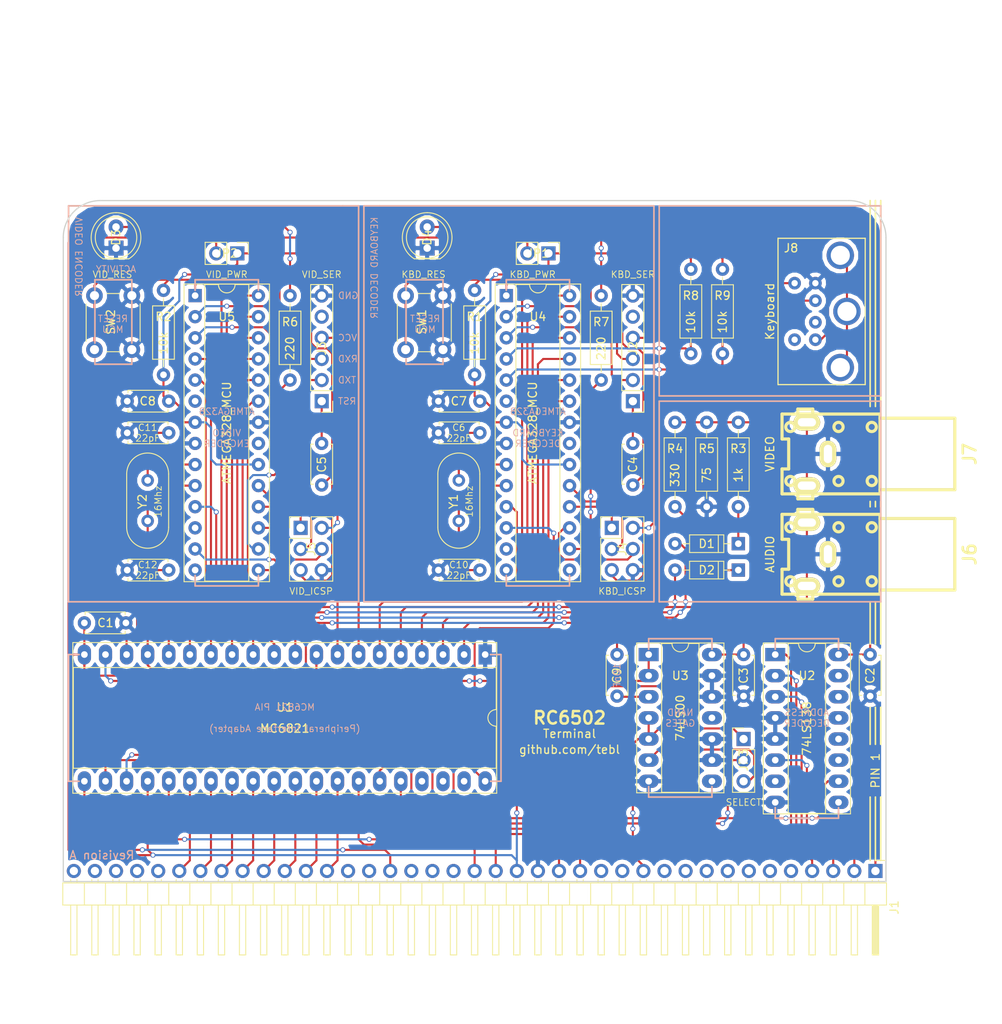
<source format=kicad_pcb>
(kicad_pcb (version 4) (host pcbnew 4.0.7)
  (layers (0 F.Cu signal) (31 B.Cu signal) (34 B.Paste user) (35 F.Paste user) (36 B.SilkS user) (37 F.SilkS user) (38 B.Mask user) (39 F.Mask user) (44 Edge.Cuts user))
  (net 0 "")
  (net 1 GND)
  (net 2 VCC)
  (net 3 "Net-(C4-Pad1)")
  (net 4 "Net-(C4-Pad2)")
  (net 5 "Net-(C5-Pad1)")
  (net 6 "Net-(C5-Pad2)")
  (net 7 "Net-(C6-Pad1)")
  (net 8 "Net-(C7-Pad1)")
  (net 9 "Net-(C8-Pad1)")
  (net 10 DA)
  (net 11 "Net-(C9-Pad2)")
  (net 12 "Net-(C10-Pad1)")
  (net 13 "Net-(C11-Pad1)")
  (net 14 "Net-(C12-Pad1)")
  (net 15 "Net-(D1-Pad1)")
  (net 16 "Net-(D1-Pad2)")
  (net 17 "Net-(D2-Pad1)")
  (net 18 "Net-(D2-Pad2)")
  (net 19 "Net-(D3-Pad2)")
  (net 20 "Net-(D4-Pad2)")
  (net 21 /A15)
  (net 22 /A14)
  (net 23 /A13)
  (net 24 /A12)
  (net 25 /A4)
  (net 26 /A1)
  (net 27 /A0)
  (net 28 /PHI2)
  (net 29 /~RESET)
  (net 30 /R/~W)
  (net 31 /D0)
  (net 32 /D1)
  (net 33 /D2)
  (net 34 /D3)
  (net 35 /D4)
  (net 36 /D5)
  (net 37 /D6)
  (net 38 /D7)
  (net 39 "Net-(J2-Pad2)")
  (net 40 "Net-(J2-Pad3)")
  (net 41 "Net-(J3-Pad2)")
  (net 42 "Net-(J3-Pad3)")
  (net 43 "Net-(J4-Pad1)")
  (net 44 "Net-(J4-Pad3)")
  (net 45 "Net-(J4-Pad4)")
  (net 46 "Net-(J5-Pad1)")
  (net 47 "Net-(J5-Pad3)")
  (net 48 "Net-(J5-Pad4)")
  (net 49 "Net-(J7-Pad2)")
  (net 50 "Net-(J8-Pad7)")
  (net 51 /PS2_CLK)
  (net 52 /PS2_DATA)
  (net 53 /KBD0)
  (net 54 /KBD1)
  (net 55 "Net-(U1-Pad23)")
  (net 56 /KBD2)
  (net 57 /KBD3)
  (net 58 /KBD4)
  (net 59 /KBD5)
  (net 60 /KBD6)
  (net 61 /VID0)
  (net 62 /VID1)
  (net 63 /VID2)
  (net 64 /VID3)
  (net 65 /VID4)
  (net 66 /VID5)
  (net 67 /VID6)
  (net 68 RDA)
  (net 69 "Net-(U1-Pad19)")
  (net 70 STROBE)
  (net 71 "Net-(R6-Pad2)")
  (net 72 "Net-(R7-Pad2)")
  (net 73 "Net-(JP3-Pad2)")
  (net 74 "Net-(JP3-Pad3)")
  (module Capacitors_THT:C_Disc_D4.7mm_W2.5mm_P5.00mm (layer F.Cu) (at 98.425 107.315)
    (fp_text reference C1 (at 2.54 0) (layer F.SilkS))
    (fp_text value 100nF)
    (pad 1 thru_hole circle (at 0 0) (size 1.6 1.6) (drill 0.8) (layers *.Cu *.Mask) (net 2 VCC))
    (pad 2 thru_hole circle (at 5 0) (size 1.6 1.6) (drill 0.8) (layers *.Cu *.Mask) (net 1 GND))
  )
  (module Capacitors_THT:C_Disc_D4.7mm_W2.5mm_P5.00mm (layer F.Cu) (at 193.04 111.125 270)
    (fp_text reference C2 (at 2.54 0 270) (layer F.SilkS))
    (fp_text value 100nF)
    (pad 1 thru_hole circle (at 0 0 270) (size 1.6 1.6) (drill 0.8) (layers *.Cu *.Mask) (net 2 VCC))
    (pad 2 thru_hole circle (at 5 0 270) (size 1.6 1.6) (drill 0.8) (layers *.Cu *.Mask) (net 1 GND))
  )
  (module Capacitors_THT:C_Disc_D4.7mm_W2.5mm_P5.00mm (layer F.Cu) (at 177.8 111.125 270)
    (fp_text reference C3 (at 2.54 0 270) (layer F.SilkS))
    (fp_text value 100nF)
    (pad 1 thru_hole circle (at 0 0 270) (size 1.6 1.6) (drill 0.8) (layers *.Cu *.Mask) (net 2 VCC))
    (pad 2 thru_hole circle (at 5 0 270) (size 1.6 1.6) (drill 0.8) (layers *.Cu *.Mask) (net 1 GND))
  )
  (module Capacitors_THT:C_Disc_D4.7mm_W2.5mm_P5.00mm (layer F.Cu) (at 164.465 85.725 270)
    (fp_text reference C4 (at 2.54 0 270) (layer F.SilkS))
    (fp_text value 100nF)
    (pad 1 thru_hole circle (at 0 0 270) (size 1.6 1.6) (drill 0.8) (layers *.Cu *.Mask) (net 3 "Net-(C4-Pad1)"))
    (pad 2 thru_hole circle (at 5 0 270) (size 1.6 1.6) (drill 0.8) (layers *.Cu *.Mask) (net 4 "Net-(C4-Pad2)"))
  )
  (module Capacitors_THT:C_Disc_D4.7mm_W2.5mm_P5.00mm (layer F.Cu) (at 127 85.725 270)
    (fp_text reference C5 (at 2.54 0 270) (layer F.SilkS))
    (fp_text value 100nF)
    (pad 1 thru_hole circle (at 0 0 270) (size 1.6 1.6) (drill 0.8) (layers *.Cu *.Mask) (net 5 "Net-(C5-Pad1)"))
    (pad 2 thru_hole circle (at 5 0 270) (size 1.6 1.6) (drill 0.8) (layers *.Cu *.Mask) (net 6 "Net-(C5-Pad2)"))
  )
  (module Capacitors_THT:C_Disc_D4.7mm_W2.5mm_P5.00mm (layer F.Cu) (at 146.05 84.455 180)
    (fp_text reference C6 (at 2.54 0.635 180) (layer F.SilkS) (effects (font (size 0.8 0.8) (thickness 0.1))))
    (fp_text value 22pF (at 2.54 -0.635 180) (layer F.SilkS) (effects (font (size 0.8 0.8) (thickness 0.1))))
    (pad 1 thru_hole circle (at 0 0 180) (size 1.6 1.6) (drill 0.8) (layers *.Cu *.Mask) (net 7 "Net-(C6-Pad1)"))
    (pad 2 thru_hole circle (at 5 0 180) (size 1.6 1.6) (drill 0.8) (layers *.Cu *.Mask) (net 1 GND))
  )
  (module Capacitors_THT:C_Disc_D4.7mm_W2.5mm_P5.00mm (layer F.Cu) (at 146.05 80.645 180)
    (fp_text reference C7 (at 2.54 0 180) (layer F.SilkS))
    (fp_text value 100nF)
    (pad 1 thru_hole circle (at 0 0 180) (size 1.6 1.6) (drill 0.8) (layers *.Cu *.Mask) (net 8 "Net-(C7-Pad1)"))
    (pad 2 thru_hole circle (at 5 0 180) (size 1.6 1.6) (drill 0.8) (layers *.Cu *.Mask) (net 1 GND))
  )
  (module Capacitors_THT:C_Disc_D4.7mm_W2.5mm_P5.00mm (layer F.Cu) (at 108.585 80.645 180)
    (fp_text reference C8 (at 2.54 0 180) (layer F.SilkS))
    (fp_text value 100nF)
    (pad 1 thru_hole circle (at 0 0 180) (size 1.6 1.6) (drill 0.8) (layers *.Cu *.Mask) (net 9 "Net-(C8-Pad1)"))
    (pad 2 thru_hole circle (at 5 0 180) (size 1.6 1.6) (drill 0.8) (layers *.Cu *.Mask) (net 1 GND))
  )
  (module Capacitors_THT:C_Disc_D4.7mm_W2.5mm_P5.00mm (layer F.Cu) (at 162.56 111.125 270)
    (fp_text reference C9 (at 2.54 0 270) (layer F.SilkS))
    (fp_text value 10nF (at 2.54 0 270) (layer B.SilkS) (effects (font (size 0.8 0.8) (thickness 0.1)) (justify mirror)))
    (pad 1 thru_hole circle (at 0 0 270) (size 1.6 1.6) (drill 0.8) (layers *.Cu *.Mask) (net 10 DA))
    (pad 2 thru_hole circle (at 5 0 270) (size 1.6 1.6) (drill 0.8) (layers *.Cu *.Mask) (net 11 "Net-(C9-Pad2)"))
  )
  (module Capacitors_THT:C_Disc_D4.7mm_W2.5mm_P5.00mm (layer F.Cu) (at 146.05 100.965 180)
    (fp_text reference C10 (at 2.54 0.635 180) (layer F.SilkS) (effects (font (size 0.8 0.8) (thickness 0.1))))
    (fp_text value 22pF (at 2.54 -0.635 180) (layer F.SilkS) (effects (font (size 0.8 0.8) (thickness 0.1))))
    (pad 1 thru_hole circle (at 0 0 180) (size 1.6 1.6) (drill 0.8) (layers *.Cu *.Mask) (net 12 "Net-(C10-Pad1)"))
    (pad 2 thru_hole circle (at 5 0 180) (size 1.6 1.6) (drill 0.8) (layers *.Cu *.Mask) (net 1 GND))
  )
  (module Capacitors_THT:C_Disc_D4.7mm_W2.5mm_P5.00mm (layer F.Cu) (at 108.585 84.455 180)
    (fp_text reference C11 (at 2.54 0.635 180) (layer F.SilkS) (effects (font (size 0.8 0.8) (thickness 0.1))))
    (fp_text value 22pF (at 2.54 -0.635 180) (layer F.SilkS) (effects (font (size 0.8 0.8) (thickness 0.1))))
    (pad 1 thru_hole circle (at 0 0 180) (size 1.6 1.6) (drill 0.8) (layers *.Cu *.Mask) (net 13 "Net-(C11-Pad1)"))
    (pad 2 thru_hole circle (at 5 0 180) (size 1.6 1.6) (drill 0.8) (layers *.Cu *.Mask) (net 1 GND))
  )
  (module Capacitors_THT:C_Disc_D4.7mm_W2.5mm_P5.00mm (layer F.Cu) (at 108.585 100.965 180)
    (fp_text reference C12 (at 2.54 0.635 180) (layer F.SilkS) (effects (font (size 0.8 0.8) (thickness 0.1))))
    (fp_text value 22pF (at 2.54 -0.635 180) (layer F.SilkS) (effects (font (size 0.8 0.8) (thickness 0.1))))
    (pad 1 thru_hole circle (at 0 0 180) (size 1.6 1.6) (drill 0.8) (layers *.Cu *.Mask) (net 14 "Net-(C12-Pad1)"))
    (pad 2 thru_hole circle (at 5 0 180) (size 1.6 1.6) (drill 0.8) (layers *.Cu *.Mask) (net 1 GND))
  )
  (module Diodes_THT:D_DO-35_SOD27_P7.62mm_Horizontal (layer F.Cu) (at 177.165 97.79 180)
    (fp_text reference D1 (at 3.81 0 180) (layer F.SilkS))
    (fp_text value 1n4148)
    (pad 1 thru_hole rect (at 0 0 180) (size 1.6 1.6) (drill 0.8) (layers *.Cu *.Mask) (net 15 "Net-(D1-Pad1)"))
    (pad 2 thru_hole oval (at 7.62 0 180) (size 1.6 1.6) (drill 0.8) (layers *.Cu *.Mask) (net 16 "Net-(D1-Pad2)"))
  )
  (module Diodes_THT:D_DO-35_SOD27_P7.62mm_Horizontal (layer F.Cu) (at 177.165 100.965 180)
    (fp_text reference D2 (at 3.81 0 180) (layer F.SilkS))
    (fp_text value 1n4148)
    (pad 1 thru_hole rect (at 0 0 180) (size 1.6 1.6) (drill 0.8) (layers *.Cu *.Mask) (net 17 "Net-(D2-Pad1)"))
    (pad 2 thru_hole oval (at 7.62 0 180) (size 1.6 1.6) (drill 0.8) (layers *.Cu *.Mask) (net 18 "Net-(D2-Pad2)"))
  )
  (module LEDs:LED_D5.0mm (layer F.Cu) (at 102.235 62.23 90)
    (fp_text reference D3 (at 1.27 0 90) (layer F.SilkS))
    (fp_text value VID)
    (pad 1 thru_hole rect (at 0 0 90) (size 1.8 1.8) (drill 0.9) (layers *.Cu *.Mask) (net 1 GND))
    (pad 2 thru_hole circle (at 2.54 0 90) (size 1.8 1.8) (drill 0.9) (layers *.Cu *.Mask) (net 19 "Net-(D3-Pad2)"))
  )
  (module LEDs:LED_D5.0mm (layer F.Cu) (at 139.7 62.23 90)
    (fp_text reference D4 (at 1.27 0 90) (layer F.SilkS))
    (fp_text value KBD)
    (pad 1 thru_hole rect (at 0 0 90) (size 1.8 1.8) (drill 0.9) (layers *.Cu *.Mask) (net 1 GND))
    (pad 2 thru_hole circle (at 2.54 0 90) (size 1.8 1.8) (drill 0.9) (layers *.Cu *.Mask) (net 20 "Net-(D4-Pad2)"))
  )
  (module Pin_Headers:Pin_Header_Angled_1x39_Pitch2.54mm (layer F.Cu) (at 193.675 137.16 270)
    (fp_text reference J1 (at 4.385 -2.27 270) (layer F.SilkS))
    (fp_text value RC6502_Backplane)
    (pad 1 thru_hole rect (at 0 0 270) (size 1.7 1.7) (drill 1) (layers *.Cu *.Mask) (net 21 /A15))
    (pad 2 thru_hole oval (at 0 2.54 270) (size 1.7 1.7) (drill 1) (layers *.Cu *.Mask) (net 22 /A14))
    (pad 3 thru_hole oval (at 0 5.08 270) (size 1.7 1.7) (drill 1) (layers *.Cu *.Mask) (net 23 /A13))
    (pad 4 thru_hole oval (at 0 7.62 270) (size 1.7 1.7) (drill 1) (layers *.Cu *.Mask) (net 24 /A12))
    (pad 5 thru_hole oval (at 0 10.16 270) (size 1.7 1.7) (drill 1) (layers *.Cu *.Mask))
    (pad 6 thru_hole oval (at 0 12.7 270) (size 1.7 1.7) (drill 1) (layers *.Cu *.Mask))
    (pad 7 thru_hole oval (at 0 15.24 270) (size 1.7 1.7) (drill 1) (layers *.Cu *.Mask))
    (pad 8 thru_hole oval (at 0 17.78 270) (size 1.7 1.7) (drill 1) (layers *.Cu *.Mask))
    (pad 9 thru_hole oval (at 0 20.32 270) (size 1.7 1.7) (drill 1) (layers *.Cu *.Mask))
    (pad 10 thru_hole oval (at 0 22.86 270) (size 1.7 1.7) (drill 1) (layers *.Cu *.Mask))
    (pad 11 thru_hole oval (at 0 25.4 270) (size 1.7 1.7) (drill 1) (layers *.Cu *.Mask))
    (pad 12 thru_hole oval (at 0 27.94 270) (size 1.7 1.7) (drill 1) (layers *.Cu *.Mask) (net 25 /A4))
    (pad 13 thru_hole oval (at 0 30.48 270) (size 1.7 1.7) (drill 1) (layers *.Cu *.Mask))
    (pad 14 thru_hole oval (at 0 33.02 270) (size 1.7 1.7) (drill 1) (layers *.Cu *.Mask))
    (pad 15 thru_hole oval (at 0 35.56 270) (size 1.7 1.7) (drill 1) (layers *.Cu *.Mask) (net 26 /A1))
    (pad 16 thru_hole oval (at 0 38.1 270) (size 1.7 1.7) (drill 1) (layers *.Cu *.Mask) (net 27 /A0))
    (pad 17 thru_hole oval (at 0 40.64 270) (size 1.7 1.7) (drill 1) (layers *.Cu *.Mask) (net 1 GND))
    (pad 18 thru_hole oval (at 0 43.18 270) (size 1.7 1.7) (drill 1) (layers *.Cu *.Mask) (net 2 VCC))
    (pad 19 thru_hole oval (at 0 45.72 270) (size 1.7 1.7) (drill 1) (layers *.Cu *.Mask) (net 28 /PHI2))
    (pad 20 thru_hole oval (at 0 48.26 270) (size 1.7 1.7) (drill 1) (layers *.Cu *.Mask) (net 29 /~RESET))
    (pad 21 thru_hole oval (at 0 50.8 270) (size 1.7 1.7) (drill 1) (layers *.Cu *.Mask))
    (pad 22 thru_hole oval (at 0 53.34 270) (size 1.7 1.7) (drill 1) (layers *.Cu *.Mask))
    (pad 23 thru_hole oval (at 0 55.88 270) (size 1.7 1.7) (drill 1) (layers *.Cu *.Mask))
    (pad 24 thru_hole oval (at 0 58.42 270) (size 1.7 1.7) (drill 1) (layers *.Cu *.Mask) (net 30 /R/~W))
    (pad 25 thru_hole oval (at 0 60.96 270) (size 1.7 1.7) (drill 1) (layers *.Cu *.Mask))
    (pad 26 thru_hole oval (at 0 63.5 270) (size 1.7 1.7) (drill 1) (layers *.Cu *.Mask))
    (pad 27 thru_hole oval (at 0 66.04 270) (size 1.7 1.7) (drill 1) (layers *.Cu *.Mask) (net 31 /D0))
    (pad 28 thru_hole oval (at 0 68.58 270) (size 1.7 1.7) (drill 1) (layers *.Cu *.Mask) (net 32 /D1))
    (pad 29 thru_hole oval (at 0 71.12 270) (size 1.7 1.7) (drill 1) (layers *.Cu *.Mask) (net 33 /D2))
    (pad 30 thru_hole oval (at 0 73.66 270) (size 1.7 1.7) (drill 1) (layers *.Cu *.Mask) (net 34 /D3))
    (pad 31 thru_hole oval (at 0 76.2 270) (size 1.7 1.7) (drill 1) (layers *.Cu *.Mask) (net 35 /D4))
    (pad 32 thru_hole oval (at 0 78.74 270) (size 1.7 1.7) (drill 1) (layers *.Cu *.Mask) (net 36 /D5))
    (pad 33 thru_hole oval (at 0 81.28 270) (size 1.7 1.7) (drill 1) (layers *.Cu *.Mask) (net 37 /D6))
    (pad 34 thru_hole oval (at 0 83.82 270) (size 1.7 1.7) (drill 1) (layers *.Cu *.Mask) (net 38 /D7))
    (pad 35 thru_hole oval (at 0 86.36 270) (size 1.7 1.7) (drill 1) (layers *.Cu *.Mask))
    (pad 36 thru_hole oval (at 0 88.9 270) (size 1.7 1.7) (drill 1) (layers *.Cu *.Mask))
    (pad 37 thru_hole oval (at 0 91.44 270) (size 1.7 1.7) (drill 1) (layers *.Cu *.Mask))
    (pad 38 thru_hole oval (at 0 93.98 270) (size 1.7 1.7) (drill 1) (layers *.Cu *.Mask))
    (pad 39 thru_hole oval (at 0 96.52 270) (size 1.7 1.7) (drill 1) (layers *.Cu *.Mask))
  )
  (module Pin_Headers:Pin_Header_Straight_2x03_Pitch2.54mm (layer F.Cu) (at 161.925 95.885)
    (fp_text reference J4 (at 1.27 2.54 90) (layer F.SilkS))
    (fp_text value KBD_ICSP (at 1.27 7.62) (layer F.SilkS) (effects (font (size 0.8 0.8) (thickness 0.1))))
    (pad 1 thru_hole rect (at 0 0) (size 1.7 1.7) (drill 1) (layers *.Cu *.Mask) (net 43 "Net-(J4-Pad1)"))
    (pad 2 thru_hole oval (at 2.54 0) (size 1.7 1.7) (drill 1) (layers *.Cu *.Mask) (net 8 "Net-(C7-Pad1)"))
    (pad 3 thru_hole oval (at 0 2.54) (size 1.7 1.7) (drill 1) (layers *.Cu *.Mask) (net 44 "Net-(J4-Pad3)"))
    (pad 4 thru_hole oval (at 2.54 2.54) (size 1.7 1.7) (drill 1) (layers *.Cu *.Mask) (net 45 "Net-(J4-Pad4)"))
    (pad 5 thru_hole oval (at 0 5.08) (size 1.7 1.7) (drill 1) (layers *.Cu *.Mask) (net 4 "Net-(C4-Pad2)"))
    (pad 6 thru_hole oval (at 2.54 5.08) (size 1.7 1.7) (drill 1) (layers *.Cu *.Mask) (net 1 GND))
  )
  (module Pin_Headers:Pin_Header_Straight_2x03_Pitch2.54mm (layer F.Cu) (at 124.46 95.885)
    (fp_text reference J5 (at 1.27 2.54 90) (layer F.SilkS))
    (fp_text value VID_ICSP (at 1.27 7.62) (layer F.SilkS) (effects (font (size 0.8 0.8) (thickness 0.1))))
    (pad 1 thru_hole rect (at 0 0) (size 1.7 1.7) (drill 1) (layers *.Cu *.Mask) (net 46 "Net-(J5-Pad1)"))
    (pad 2 thru_hole oval (at 2.54 0) (size 1.7 1.7) (drill 1) (layers *.Cu *.Mask) (net 9 "Net-(C8-Pad1)"))
    (pad 3 thru_hole oval (at 0 2.54) (size 1.7 1.7) (drill 1) (layers *.Cu *.Mask) (net 47 "Net-(J5-Pad3)"))
    (pad 4 thru_hole oval (at 2.54 2.54) (size 1.7 1.7) (drill 1) (layers *.Cu *.Mask) (net 48 "Net-(J5-Pad4)"))
    (pad 5 thru_hole oval (at 0 5.08) (size 1.7 1.7) (drill 1) (layers *.Cu *.Mask) (net 6 "Net-(C5-Pad2)"))
    (pad 6 thru_hole oval (at 2.54 5.08) (size 1.7 1.7) (drill 1) (layers *.Cu *.Mask) (net 1 GND))
  )
  (module rca:rca_yellow (layer F.Cu) (at 189.23 99.06 90)
    (fp_text reference J6 (at 0 15.7988 90) (layer F.SilkS) (effects (font (thickness 0.3048))))
    (fp_text value AUDIO (at 0 -8.255 90) (layer F.SilkS))
    (pad 2 thru_hole oval (at 3.81 -3.81 90) (size 1.99898 3.19786) (drill oval 0.99568 2.1971) (layers *.Cu *.Mask F.SilkS) (net 48 "Net-(J5-Pad4)"))
    (pad 1 thru_hole oval (at 0 -1.27 90) (size 3.19786 1.99898) (drill oval 2.1971 0.99568) (layers *.Cu *.Mask F.SilkS) (net 1 GND))
    (pad 2 thru_hole oval (at -3.81 -3.81 90) (size 1.99898 3.19786) (drill oval 0.99568 2.1971) (layers *.Cu *.Mask F.SilkS) (net 48 "Net-(J5-Pad4)"))
  )
  (module rca:rca_yellow (layer F.Cu) (at 189.23 86.995 90)
    (fp_text reference J7 (at 0 15.7988 90) (layer F.SilkS) (effects (font (thickness 0.3048))))
    (fp_text value VIDEO (at 0 -8.255 90) (layer F.SilkS))
    (pad 2 thru_hole oval (at 3.81 -3.81 90) (size 1.99898 3.19786) (drill oval 0.99568 2.1971) (layers *.Cu *.Mask F.SilkS) (net 49 "Net-(J7-Pad2)"))
    (pad 1 thru_hole oval (at 0 -1.27 90) (size 3.19786 1.99898) (drill oval 2.1971 0.99568) (layers *.Cu *.Mask F.SilkS) (net 1 GND))
    (pad 2 thru_hole oval (at -3.81 -3.81 90) (size 1.99898 3.19786) (drill oval 0.99568 2.1971) (layers *.Cu *.Mask F.SilkS) (net 49 "Net-(J7-Pad2)"))
  )
  (module ps2:MINI-DIN-6-FULL-SHIELD (layer F.Cu) (at 194.945 69.85 270)
    (fp_text reference J8 (at -7.62 11.43 360) (layer F.SilkS))
    (fp_text value Keyboard (at 0 13.97 270) (layer F.SilkS))
    (pad 7 thru_hole circle (at -6.75 5.5 270) (size 3.3 3.3) (drill 2.3) (layers *.Cu *.Mask) (net 50 "Net-(J8-Pad7)"))
    (pad 7 thru_hole circle (at 6.75 5.5 270) (size 3.3 3.3) (drill 2.3) (layers *.Cu *.Mask) (net 50 "Net-(J8-Pad7)"))
    (pad 4 thru_hole circle (at 3.4 8.5 270) (size 1.524 1.524) (drill 0.762) (layers *.Cu *.Mask) (net 8 "Net-(C7-Pad1)"))
    (pad 6 thru_hole circle (at 3.4 11 270) (size 1.524 1.524) (drill 0.762) (layers *.Cu *.Mask))
    (pad 3 thru_hole circle (at -3.4 8.5 270) (size 1.524 1.524) (drill 0.762) (layers *.Cu *.Mask) (net 1 GND))
    (pad 5 thru_hole circle (at -3.4 11 270) (size 1.524 1.524) (drill 0.762) (layers *.Cu *.Mask) (net 51 /PS2_CLK))
    (pad 2 thru_hole circle (at 1.3 8.5 270) (size 1.524 1.524) (drill 0.762) (layers *.Cu *.Mask))
    (pad 1 thru_hole circle (at -1.3 8.5 270) (size 1.524 1.524) (drill 0.762) (layers *.Cu *.Mask) (net 52 /PS2_DATA))
    (pad 7 thru_hole circle (at 0 4.7 270) (size 3.3 3.3) (drill 2.3) (layers *.Cu *.Mask) (net 50 "Net-(J8-Pad7)"))
  )
  (module Pin_Headers:Pin_Header_Straight_1x02_Pitch2.54mm (layer F.Cu) (at 154.305 62.865 270)
    (fp_text reference JP1 (at 0 1.27 360) (layer F.SilkS))
    (fp_text value KBD_PWR (at 2.54 1.905 360) (layer F.SilkS) (effects (font (size 0.8 0.8) (thickness 0.1))))
    (pad 1 thru_hole rect (at 0 0 270) (size 1.7 1.7) (drill 1) (layers *.Cu *.Mask) (net 8 "Net-(C7-Pad1)"))
    (pad 2 thru_hole oval (at 0 2.54 270) (size 1.7 1.7) (drill 1) (layers *.Cu *.Mask) (net 2 VCC))
  )
  (module Pin_Headers:Pin_Header_Straight_1x02_Pitch2.54mm (layer F.Cu) (at 116.84 62.865 270)
    (fp_text reference JP2 (at 0 1.27 360) (layer F.SilkS))
    (fp_text value VID_PWR (at 2.54 1.27 360) (layer F.SilkS) (effects (font (size 0.8 0.8) (thickness 0.1))))
    (pad 1 thru_hole rect (at 0 0 270) (size 1.7 1.7) (drill 1) (layers *.Cu *.Mask) (net 9 "Net-(C8-Pad1)"))
    (pad 2 thru_hole oval (at 0 2.54 270) (size 1.7 1.7) (drill 1) (layers *.Cu *.Mask) (net 2 VCC))
  )
  (module Resistors_THT:R_Axial_DIN0207_L6.3mm_D2.5mm_P10.16mm_Horizontal (layer F.Cu) (at 145.415 67.31 270)
    (fp_text reference R1 (at 3.175 0 360) (layer F.SilkS))
    (fp_text value 10k (at 6.35 0 270) (layer F.SilkS))
    (pad 1 thru_hole circle (at 0 0 270) (size 1.6 1.6) (drill 0.8) (layers *.Cu *.Mask) (net 4 "Net-(C4-Pad2)"))
    (pad 2 thru_hole oval (at 10.16 0 270) (size 1.6 1.6) (drill 0.8) (layers *.Cu *.Mask) (net 8 "Net-(C7-Pad1)"))
  )
  (module Resistors_THT:R_Axial_DIN0207_L6.3mm_D2.5mm_P10.16mm_Horizontal (layer F.Cu) (at 107.95 67.31 270)
    (fp_text reference R2 (at 3.175 0 360) (layer F.SilkS))
    (fp_text value 10k (at 6.35 0 270) (layer F.SilkS))
    (pad 1 thru_hole circle (at 0 0 270) (size 1.6 1.6) (drill 0.8) (layers *.Cu *.Mask) (net 6 "Net-(C5-Pad2)"))
    (pad 2 thru_hole oval (at 10.16 0 270) (size 1.6 1.6) (drill 0.8) (layers *.Cu *.Mask) (net 9 "Net-(C8-Pad1)"))
  )
  (module Resistors_THT:R_Axial_DIN0207_L6.3mm_D2.5mm_P10.16mm_Horizontal (layer F.Cu) (at 177.165 83.185 270)
    (fp_text reference R3 (at 3.175 0 360) (layer F.SilkS))
    (fp_text value 1k (at 6.35 0 270) (layer F.SilkS))
    (pad 1 thru_hole circle (at 0 0 270) (size 1.6 1.6) (drill 0.8) (layers *.Cu *.Mask) (net 49 "Net-(J7-Pad2)"))
    (pad 2 thru_hole oval (at 10.16 0 270) (size 1.6 1.6) (drill 0.8) (layers *.Cu *.Mask) (net 15 "Net-(D1-Pad1)"))
  )
  (module Resistors_THT:R_Axial_DIN0207_L6.3mm_D2.5mm_P10.16mm_Horizontal (layer F.Cu) (at 169.545 83.185 270)
    (fp_text reference R4 (at 3.175 0 360) (layer F.SilkS))
    (fp_text value 330 (at 6.35 0 270) (layer F.SilkS))
    (pad 1 thru_hole circle (at 0 0 270) (size 1.6 1.6) (drill 0.8) (layers *.Cu *.Mask) (net 49 "Net-(J7-Pad2)"))
    (pad 2 thru_hole oval (at 10.16 0 270) (size 1.6 1.6) (drill 0.8) (layers *.Cu *.Mask) (net 17 "Net-(D2-Pad1)"))
  )
  (module Resistors_THT:R_Axial_DIN0207_L6.3mm_D2.5mm_P10.16mm_Horizontal (layer F.Cu) (at 173.355 83.185 270)
    (fp_text reference R5 (at 3.175 0 360) (layer F.SilkS))
    (fp_text value 75 (at 6.35 0 270) (layer F.SilkS))
    (pad 1 thru_hole circle (at 0 0 270) (size 1.6 1.6) (drill 0.8) (layers *.Cu *.Mask) (net 49 "Net-(J7-Pad2)"))
    (pad 2 thru_hole oval (at 10.16 0 270) (size 1.6 1.6) (drill 0.8) (layers *.Cu *.Mask) (net 1 GND))
  )
  (module Resistors_THT:R_Axial_DIN0207_L6.3mm_D2.5mm_P10.16mm_Horizontal (layer F.Cu) (at 123.19 67.945 270)
    (fp_text reference R6 (at 3.175 0 360) (layer F.SilkS))
    (fp_text value 220 (at 6.35 0 270) (layer F.SilkS))
    (pad 1 thru_hole circle (at 0 0 270) (size 1.6 1.6) (drill 0.8) (layers *.Cu *.Mask) (net 19 "Net-(D3-Pad2)"))
    (pad 2 thru_hole oval (at 10.16 0 270) (size 1.6 1.6) (drill 0.8) (layers *.Cu *.Mask) (net 71 "Net-(R6-Pad2)"))
  )
  (module Resistors_THT:R_Axial_DIN0207_L6.3mm_D2.5mm_P10.16mm_Horizontal (layer F.Cu) (at 160.655 67.945 270)
    (fp_text reference R7 (at 3.175 0 360) (layer F.SilkS))
    (fp_text value 220 (at 6.35 0 270) (layer F.SilkS))
    (pad 1 thru_hole circle (at 0 0 270) (size 1.6 1.6) (drill 0.8) (layers *.Cu *.Mask) (net 20 "Net-(D4-Pad2)"))
    (pad 2 thru_hole oval (at 10.16 0 270) (size 1.6 1.6) (drill 0.8) (layers *.Cu *.Mask) (net 72 "Net-(R7-Pad2)"))
  )
  (module Resistors_THT:R_Axial_DIN0207_L6.3mm_D2.5mm_P10.16mm_Horizontal (layer F.Cu) (at 171.45 64.77 270)
    (fp_text reference R8 (at 3.175 0 360) (layer F.SilkS))
    (fp_text value 10k (at 6.35 0 270) (layer F.SilkS))
    (pad 1 thru_hole circle (at 0 0 270) (size 1.6 1.6) (drill 0.8) (layers *.Cu *.Mask) (net 8 "Net-(C7-Pad1)"))
    (pad 2 thru_hole oval (at 10.16 0 270) (size 1.6 1.6) (drill 0.8) (layers *.Cu *.Mask) (net 51 /PS2_CLK))
  )
  (module Resistors_THT:R_Axial_DIN0207_L6.3mm_D2.5mm_P10.16mm_Horizontal (layer F.Cu) (at 175.26 64.77 270)
    (fp_text reference R9 (at 3.175 0 360) (layer F.SilkS))
    (fp_text value 10k (at 6.35 0 270) (layer F.SilkS))
    (pad 1 thru_hole circle (at 0 0 270) (size 1.6 1.6) (drill 0.8) (layers *.Cu *.Mask) (net 8 "Net-(C7-Pad1)"))
    (pad 2 thru_hole oval (at 10.16 0 270) (size 1.6 1.6) (drill 0.8) (layers *.Cu *.Mask) (net 52 /PS2_DATA))
  )
  (module Buttons_Switches_THT:SW_PUSH_6mm (layer F.Cu) (at 141.605 67.945 270)
    (fp_text reference SW1 (at 3.175 2.54 270) (layer F.SilkS))
    (fp_text value KBD_RES (at -2.54 2.34 360) (layer F.SilkS) (effects (font (size 0.8 0.8) (thickness 0.1))))
    (pad 2 thru_hole circle (at 0 4.5) (size 2 2) (drill 1.1) (layers *.Cu *.Mask) (net 4 "Net-(C4-Pad2)"))
    (pad 1 thru_hole circle (at 0 0) (size 2 2) (drill 1.1) (layers *.Cu *.Mask) (net 1 GND))
    (pad 2 thru_hole circle (at 6.5 4.5) (size 2 2) (drill 1.1) (layers *.Cu *.Mask) (net 4 "Net-(C4-Pad2)"))
    (pad 1 thru_hole circle (at 6.5 0) (size 2 2) (drill 1.1) (layers *.Cu *.Mask) (net 1 GND))
  )
  (module Buttons_Switches_THT:SW_PUSH_6mm (layer F.Cu) (at 104.14 67.945 270)
    (fp_text reference SW2 (at 3.175 2.54 270) (layer F.SilkS))
    (fp_text value VID_RES (at -2.54 2.34 360) (layer F.SilkS) (effects (font (size 0.8 0.8) (thickness 0.1))))
    (pad 2 thru_hole circle (at 0 4.5) (size 2 2) (drill 1.1) (layers *.Cu *.Mask) (net 6 "Net-(C5-Pad2)"))
    (pad 1 thru_hole circle (at 0 0) (size 2 2) (drill 1.1) (layers *.Cu *.Mask) (net 1 GND))
    (pad 2 thru_hole circle (at 6.5 4.5) (size 2 2) (drill 1.1) (layers *.Cu *.Mask) (net 6 "Net-(C5-Pad2)"))
    (pad 1 thru_hole circle (at 6.5 0) (size 2 2) (drill 1.1) (layers *.Cu *.Mask) (net 1 GND))
  )
  (module Housings_DIP:DIP-40_W15.24mm_Socket_LongPads (layer F.Cu) (at 146.685 111.125 270)
    (fp_text reference U1 (at 6.35 24.13 360) (layer F.SilkS))
    (fp_text value MC6821 (at 8.89 24.13 360) (layer F.SilkS))
    (pad 1 thru_hole rect (at 0 0 270) (size 2.4 1.6) (drill 0.8) (layers *.Cu *.Mask) (net 1 GND))
    (pad 21 thru_hole oval (at 15.24 48.26 270) (size 2.4 1.6) (drill 0.8) (layers *.Cu *.Mask) (net 30 /R/~W))
    (pad 2 thru_hole oval (at 0 2.54 270) (size 2.4 1.6) (drill 0.8) (layers *.Cu *.Mask) (net 53 /KBD0))
    (pad 22 thru_hole oval (at 15.24 45.72 270) (size 2.4 1.6) (drill 0.8) (layers *.Cu *.Mask) (net 73 "Net-(JP3-Pad2)"))
    (pad 3 thru_hole oval (at 0 5.08 270) (size 2.4 1.6) (drill 0.8) (layers *.Cu *.Mask) (net 54 /KBD1))
    (pad 23 thru_hole oval (at 15.24 43.18 270) (size 2.4 1.6) (drill 0.8) (layers *.Cu *.Mask) (net 55 "Net-(U1-Pad23)"))
    (pad 4 thru_hole oval (at 0 7.62 270) (size 2.4 1.6) (drill 0.8) (layers *.Cu *.Mask) (net 56 /KBD2))
    (pad 24 thru_hole oval (at 15.24 40.64 270) (size 2.4 1.6) (drill 0.8) (layers *.Cu *.Mask) (net 2 VCC))
    (pad 5 thru_hole oval (at 0 10.16 270) (size 2.4 1.6) (drill 0.8) (layers *.Cu *.Mask) (net 57 /KBD3))
    (pad 25 thru_hole oval (at 15.24 38.1 270) (size 2.4 1.6) (drill 0.8) (layers *.Cu *.Mask) (net 28 /PHI2))
    (pad 6 thru_hole oval (at 0 12.7 270) (size 2.4 1.6) (drill 0.8) (layers *.Cu *.Mask) (net 58 /KBD4))
    (pad 26 thru_hole oval (at 15.24 35.56 270) (size 2.4 1.6) (drill 0.8) (layers *.Cu *.Mask) (net 38 /D7))
    (pad 7 thru_hole oval (at 0 15.24 270) (size 2.4 1.6) (drill 0.8) (layers *.Cu *.Mask) (net 59 /KBD5))
    (pad 27 thru_hole oval (at 15.24 33.02 270) (size 2.4 1.6) (drill 0.8) (layers *.Cu *.Mask) (net 37 /D6))
    (pad 8 thru_hole oval (at 0 17.78 270) (size 2.4 1.6) (drill 0.8) (layers *.Cu *.Mask) (net 60 /KBD6))
    (pad 28 thru_hole oval (at 15.24 30.48 270) (size 2.4 1.6) (drill 0.8) (layers *.Cu *.Mask) (net 36 /D5))
    (pad 9 thru_hole oval (at 0 20.32 270) (size 2.4 1.6) (drill 0.8) (layers *.Cu *.Mask) (net 2 VCC))
    (pad 29 thru_hole oval (at 15.24 27.94 270) (size 2.4 1.6) (drill 0.8) (layers *.Cu *.Mask) (net 35 /D4))
    (pad 10 thru_hole oval (at 0 22.86 270) (size 2.4 1.6) (drill 0.8) (layers *.Cu *.Mask) (net 61 /VID0))
    (pad 30 thru_hole oval (at 15.24 25.4 270) (size 2.4 1.6) (drill 0.8) (layers *.Cu *.Mask) (net 34 /D3))
    (pad 11 thru_hole oval (at 0 25.4 270) (size 2.4 1.6) (drill 0.8) (layers *.Cu *.Mask) (net 62 /VID1))
    (pad 31 thru_hole oval (at 15.24 22.86 270) (size 2.4 1.6) (drill 0.8) (layers *.Cu *.Mask) (net 33 /D2))
    (pad 12 thru_hole oval (at 0 27.94 270) (size 2.4 1.6) (drill 0.8) (layers *.Cu *.Mask) (net 63 /VID2))
    (pad 32 thru_hole oval (at 15.24 20.32 270) (size 2.4 1.6) (drill 0.8) (layers *.Cu *.Mask) (net 32 /D1))
    (pad 13 thru_hole oval (at 0 30.48 270) (size 2.4 1.6) (drill 0.8) (layers *.Cu *.Mask) (net 64 /VID3))
    (pad 33 thru_hole oval (at 15.24 17.78 270) (size 2.4 1.6) (drill 0.8) (layers *.Cu *.Mask) (net 31 /D0))
    (pad 14 thru_hole oval (at 0 33.02 270) (size 2.4 1.6) (drill 0.8) (layers *.Cu *.Mask) (net 65 /VID4))
    (pad 34 thru_hole oval (at 15.24 15.24 270) (size 2.4 1.6) (drill 0.8) (layers *.Cu *.Mask) (net 29 /~RESET))
    (pad 15 thru_hole oval (at 0 35.56 270) (size 2.4 1.6) (drill 0.8) (layers *.Cu *.Mask) (net 66 /VID5))
    (pad 35 thru_hole oval (at 15.24 12.7 270) (size 2.4 1.6) (drill 0.8) (layers *.Cu *.Mask) (net 26 /A1))
    (pad 16 thru_hole oval (at 0 38.1 270) (size 2.4 1.6) (drill 0.8) (layers *.Cu *.Mask) (net 67 /VID6))
    (pad 36 thru_hole oval (at 15.24 10.16 270) (size 2.4 1.6) (drill 0.8) (layers *.Cu *.Mask) (net 27 /A0))
    (pad 17 thru_hole oval (at 0 40.64 270) (size 2.4 1.6) (drill 0.8) (layers *.Cu *.Mask) (net 10 DA))
    (pad 37 thru_hole oval (at 15.24 7.62 270) (size 2.4 1.6) (drill 0.8) (layers *.Cu *.Mask))
    (pad 18 thru_hole oval (at 0 43.18 270) (size 2.4 1.6) (drill 0.8) (layers *.Cu *.Mask) (net 68 RDA))
    (pad 38 thru_hole oval (at 15.24 5.08 270) (size 2.4 1.6) (drill 0.8) (layers *.Cu *.Mask))
    (pad 19 thru_hole oval (at 0 45.72 270) (size 2.4 1.6) (drill 0.8) (layers *.Cu *.Mask) (net 69 "Net-(U1-Pad19)"))
    (pad 39 thru_hole oval (at 15.24 2.54 270) (size 2.4 1.6) (drill 0.8) (layers *.Cu *.Mask))
    (pad 20 thru_hole oval (at 0 48.26 270) (size 2.4 1.6) (drill 0.8) (layers *.Cu *.Mask) (net 2 VCC))
    (pad 40 thru_hole oval (at 15.24 0 270) (size 2.4 1.6) (drill 0.8) (layers *.Cu *.Mask) (net 70 STROBE))
  )
  (module Housings_DIP:DIP-16_W7.62mm_Socket_LongPads (layer F.Cu) (at 181.61 111.125)
    (fp_text reference U2 (at 3.81 2.54) (layer F.SilkS))
    (fp_text value 74LS138 (at 3.81 8.89 90) (layer F.SilkS))
    (pad 1 thru_hole rect (at 0 0) (size 2.4 1.6) (drill 0.8) (layers *.Cu *.Mask) (net 24 /A12))
    (pad 9 thru_hole oval (at 7.62 17.78) (size 2.4 1.6) (drill 0.8) (layers *.Cu *.Mask))
    (pad 2 thru_hole oval (at 0 2.54) (size 2.4 1.6) (drill 0.8) (layers *.Cu *.Mask) (net 23 /A13))
    (pad 10 thru_hole oval (at 7.62 15.24) (size 2.4 1.6) (drill 0.8) (layers *.Cu *.Mask) (net 55 "Net-(U1-Pad23)"))
    (pad 3 thru_hole oval (at 0 5.08) (size 2.4 1.6) (drill 0.8) (layers *.Cu *.Mask) (net 22 /A14))
    (pad 11 thru_hole oval (at 7.62 12.7) (size 2.4 1.6) (drill 0.8) (layers *.Cu *.Mask))
    (pad 4 thru_hole oval (at 0 7.62) (size 2.4 1.6) (drill 0.8) (layers *.Cu *.Mask) (net 1 GND))
    (pad 12 thru_hole oval (at 7.62 10.16) (size 2.4 1.6) (drill 0.8) (layers *.Cu *.Mask))
    (pad 5 thru_hole oval (at 0 10.16) (size 2.4 1.6) (drill 0.8) (layers *.Cu *.Mask) (net 1 GND))
    (pad 13 thru_hole oval (at 7.62 7.62) (size 2.4 1.6) (drill 0.8) (layers *.Cu *.Mask))
    (pad 6 thru_hole oval (at 0 12.7) (size 2.4 1.6) (drill 0.8) (layers *.Cu *.Mask) (net 21 /A15))
    (pad 14 thru_hole oval (at 7.62 5.08) (size 2.4 1.6) (drill 0.8) (layers *.Cu *.Mask))
    (pad 7 thru_hole oval (at 0 15.24) (size 2.4 1.6) (drill 0.8) (layers *.Cu *.Mask))
    (pad 15 thru_hole oval (at 7.62 2.54) (size 2.4 1.6) (drill 0.8) (layers *.Cu *.Mask))
    (pad 8 thru_hole oval (at 0 17.78) (size 2.4 1.6) (drill 0.8) (layers *.Cu *.Mask) (net 1 GND))
    (pad 16 thru_hole oval (at 7.62 0) (size 2.4 1.6) (drill 0.8) (layers *.Cu *.Mask) (net 2 VCC))
  )
  (module Housings_DIP:DIP-14_W7.62mm_Socket_LongPads (layer F.Cu) (at 166.37 111.125)
    (fp_text reference U3 (at 3.81 2.54) (layer F.SilkS))
    (fp_text value 74LS00 (at 3.81 7.62 90) (layer F.SilkS))
    (pad 1 thru_hole rect (at 0 0) (size 2.4 1.6) (drill 0.8) (layers *.Cu *.Mask) (net 69 "Net-(U1-Pad19)"))
    (pad 8 thru_hole oval (at 7.62 15.24) (size 2.4 1.6) (drill 0.8) (layers *.Cu *.Mask))
    (pad 2 thru_hole oval (at 0 2.54) (size 2.4 1.6) (drill 0.8) (layers *.Cu *.Mask) (net 69 "Net-(U1-Pad19)"))
    (pad 9 thru_hole oval (at 7.62 12.7) (size 2.4 1.6) (drill 0.8) (layers *.Cu *.Mask) (net 1 GND))
    (pad 3 thru_hole oval (at 0 5.08) (size 2.4 1.6) (drill 0.8) (layers *.Cu *.Mask) (net 11 "Net-(C9-Pad2)"))
    (pad 10 thru_hole oval (at 7.62 10.16) (size 2.4 1.6) (drill 0.8) (layers *.Cu *.Mask) (net 1 GND))
    (pad 4 thru_hole oval (at 0 7.62) (size 2.4 1.6) (drill 0.8) (layers *.Cu *.Mask) (net 25 /A4))
    (pad 11 thru_hole oval (at 7.62 7.62) (size 2.4 1.6) (drill 0.8) (layers *.Cu *.Mask))
    (pad 5 thru_hole oval (at 0 10.16) (size 2.4 1.6) (drill 0.8) (layers *.Cu *.Mask) (net 25 /A4))
    (pad 12 thru_hole oval (at 7.62 5.08) (size 2.4 1.6) (drill 0.8) (layers *.Cu *.Mask) (net 1 GND))
    (pad 6 thru_hole oval (at 0 12.7) (size 2.4 1.6) (drill 0.8) (layers *.Cu *.Mask) (net 74 "Net-(JP3-Pad3)"))
    (pad 13 thru_hole oval (at 7.62 2.54) (size 2.4 1.6) (drill 0.8) (layers *.Cu *.Mask) (net 1 GND))
    (pad 7 thru_hole oval (at 0 15.24) (size 2.4 1.6) (drill 0.8) (layers *.Cu *.Mask) (net 1 GND))
    (pad 14 thru_hole oval (at 7.62 0) (size 2.4 1.6) (drill 0.8) (layers *.Cu *.Mask) (net 2 VCC))
  )
  (module Crystals:Crystal_HC49-4H_Vertical (layer F.Cu) (at 143.51 90.17 270)
    (fp_text reference Y1 (at 2.54 0.635 270) (layer F.SilkS))
    (fp_text value 16Mhz (at 2.54 -1.27 270) (layer F.SilkS) (effects (font (size 0.8 0.8) (thickness 0.1))))
    (pad 1 thru_hole circle (at 0 0 270) (size 1.5 1.5) (drill 0.8) (layers *.Cu *.Mask) (net 7 "Net-(C6-Pad1)"))
    (pad 2 thru_hole circle (at 4.88 0 270) (size 1.5 1.5) (drill 0.8) (layers *.Cu *.Mask) (net 12 "Net-(C10-Pad1)"))
  )
  (module Crystals:Crystal_HC49-4H_Vertical (layer F.Cu) (at 106.045 90.17 270)
    (fp_text reference Y2 (at 2.54 0.635 270) (layer F.SilkS))
    (fp_text value 16Mhz (at 2.54 -1.27 270) (layer F.SilkS) (effects (font (size 0.8 0.8) (thickness 0.1))))
    (pad 1 thru_hole circle (at 0 0 270) (size 1.5 1.5) (drill 0.8) (layers *.Cu *.Mask) (net 13 "Net-(C11-Pad1)"))
    (pad 2 thru_hole circle (at 4.88 0 270) (size 1.5 1.5) (drill 0.8) (layers *.Cu *.Mask) (net 14 "Net-(C12-Pad1)"))
  )
  (module Pin_Headers:Pin_Header_Straight_1x06_Pitch2.54mm (layer F.Cu) (at 164.465 80.645 180)
    (fp_text reference J2 (at 0 6.35 270) (layer F.SilkS))
    (fp_text value KBD_SER (at 0 15.24 180) (layer F.SilkS) (effects (font (size 0.8 0.8) (thickness 0.1))))
    (pad 1 thru_hole rect (at 0 0 180) (size 1.7 1.7) (drill 1) (layers *.Cu *.Mask) (net 3 "Net-(C4-Pad1)"))
    (pad 2 thru_hole oval (at 0 2.54 180) (size 1.7 1.7) (drill 1) (layers *.Cu *.Mask) (net 39 "Net-(J2-Pad2)"))
    (pad 3 thru_hole oval (at 0 5.08 180) (size 1.7 1.7) (drill 1) (layers *.Cu *.Mask) (net 40 "Net-(J2-Pad3)"))
    (pad 4 thru_hole oval (at 0 7.62 180) (size 1.7 1.7) (drill 1) (layers *.Cu *.Mask) (net 8 "Net-(C7-Pad1)"))
    (pad 5 thru_hole oval (at 0 10.16 180) (size 1.7 1.7) (drill 1) (layers *.Cu *.Mask))
    (pad 6 thru_hole oval (at 0 12.7 180) (size 1.7 1.7) (drill 1) (layers *.Cu *.Mask) (net 1 GND))
  )
  (module Pin_Headers:Pin_Header_Straight_1x06_Pitch2.54mm (layer F.Cu) (at 127 80.645 180)
    (fp_text reference J3 (at 0 6.35 270) (layer F.SilkS))
    (fp_text value VID_SER (at 0 15.24 180) (layer F.SilkS) (effects (font (size 0.8 0.8) (thickness 0.1))))
    (pad 1 thru_hole rect (at 0 0 180) (size 1.7 1.7) (drill 1) (layers *.Cu *.Mask) (net 5 "Net-(C5-Pad1)"))
    (pad 2 thru_hole oval (at 0 2.54 180) (size 1.7 1.7) (drill 1) (layers *.Cu *.Mask) (net 41 "Net-(J3-Pad2)"))
    (pad 3 thru_hole oval (at 0 5.08 180) (size 1.7 1.7) (drill 1) (layers *.Cu *.Mask) (net 42 "Net-(J3-Pad3)"))
    (pad 4 thru_hole oval (at 0 7.62 180) (size 1.7 1.7) (drill 1) (layers *.Cu *.Mask) (net 9 "Net-(C8-Pad1)"))
    (pad 5 thru_hole oval (at 0 10.16 180) (size 1.7 1.7) (drill 1) (layers *.Cu *.Mask))
    (pad 6 thru_hole oval (at 0 12.7 180) (size 1.7 1.7) (drill 1) (layers *.Cu *.Mask) (net 1 GND))
  )
  (module Housings_DIP:DIP-28_W7.62mm_Socket (layer F.Cu) (at 149.225 67.945)
    (fp_text reference U4 (at 3.81 2.54) (layer F.SilkS))
    (fp_text value ATMEGA328_MCU (at 3.175 16.51 90) (layer F.SilkS))
    (pad 1 thru_hole rect (at 0 0) (size 1.6 1.6) (drill 0.8) (layers *.Cu *.Mask) (net 4 "Net-(C4-Pad2)"))
    (pad 15 thru_hole oval (at 7.62 33.02) (size 1.6 1.6) (drill 0.8) (layers *.Cu *.Mask))
    (pad 2 thru_hole oval (at 0 2.54) (size 1.6 1.6) (drill 0.8) (layers *.Cu *.Mask) (net 40 "Net-(J2-Pad3)"))
    (pad 16 thru_hole oval (at 7.62 30.48) (size 1.6 1.6) (drill 0.8) (layers *.Cu *.Mask) (net 72 "Net-(R7-Pad2)"))
    (pad 3 thru_hole oval (at 0 5.08) (size 1.6 1.6) (drill 0.8) (layers *.Cu *.Mask) (net 39 "Net-(J2-Pad2)"))
    (pad 17 thru_hole oval (at 7.62 27.94) (size 1.6 1.6) (drill 0.8) (layers *.Cu *.Mask) (net 45 "Net-(J4-Pad4)"))
    (pad 4 thru_hole oval (at 0 7.62) (size 1.6 1.6) (drill 0.8) (layers *.Cu *.Mask) (net 51 /PS2_CLK))
    (pad 18 thru_hole oval (at 7.62 25.4) (size 1.6 1.6) (drill 0.8) (layers *.Cu *.Mask) (net 43 "Net-(J4-Pad1)"))
    (pad 5 thru_hole oval (at 0 10.16) (size 1.6 1.6) (drill 0.8) (layers *.Cu *.Mask) (net 52 /PS2_DATA))
    (pad 19 thru_hole oval (at 7.62 22.86) (size 1.6 1.6) (drill 0.8) (layers *.Cu *.Mask) (net 44 "Net-(J4-Pad3)"))
    (pad 6 thru_hole oval (at 0 12.7) (size 1.6 1.6) (drill 0.8) (layers *.Cu *.Mask))
    (pad 20 thru_hole oval (at 7.62 20.32) (size 1.6 1.6) (drill 0.8) (layers *.Cu *.Mask) (net 8 "Net-(C7-Pad1)"))
    (pad 7 thru_hole oval (at 0 15.24) (size 1.6 1.6) (drill 0.8) (layers *.Cu *.Mask) (net 8 "Net-(C7-Pad1)"))
    (pad 21 thru_hole oval (at 7.62 17.78) (size 1.6 1.6) (drill 0.8) (layers *.Cu *.Mask))
    (pad 8 thru_hole oval (at 0 17.78) (size 1.6 1.6) (drill 0.8) (layers *.Cu *.Mask) (net 1 GND))
    (pad 22 thru_hole oval (at 7.62 15.24) (size 1.6 1.6) (drill 0.8) (layers *.Cu *.Mask) (net 1 GND))
    (pad 9 thru_hole oval (at 0 20.32) (size 1.6 1.6) (drill 0.8) (layers *.Cu *.Mask) (net 7 "Net-(C6-Pad1)"))
    (pad 23 thru_hole oval (at 7.62 12.7) (size 1.6 1.6) (drill 0.8) (layers *.Cu *.Mask) (net 53 /KBD0))
    (pad 10 thru_hole oval (at 0 22.86) (size 1.6 1.6) (drill 0.8) (layers *.Cu *.Mask) (net 12 "Net-(C10-Pad1)"))
    (pad 24 thru_hole oval (at 7.62 10.16) (size 1.6 1.6) (drill 0.8) (layers *.Cu *.Mask) (net 54 /KBD1))
    (pad 11 thru_hole oval (at 0 25.4) (size 1.6 1.6) (drill 0.8) (layers *.Cu *.Mask) (net 60 /KBD6))
    (pad 25 thru_hole oval (at 7.62 7.62) (size 1.6 1.6) (drill 0.8) (layers *.Cu *.Mask) (net 56 /KBD2))
    (pad 12 thru_hole oval (at 0 27.94) (size 1.6 1.6) (drill 0.8) (layers *.Cu *.Mask) (net 70 STROBE))
    (pad 26 thru_hole oval (at 7.62 5.08) (size 1.6 1.6) (drill 0.8) (layers *.Cu *.Mask) (net 57 /KBD3))
    (pad 13 thru_hole oval (at 0 30.48) (size 1.6 1.6) (drill 0.8) (layers *.Cu *.Mask))
    (pad 27 thru_hole oval (at 7.62 2.54) (size 1.6 1.6) (drill 0.8) (layers *.Cu *.Mask) (net 58 /KBD4))
    (pad 14 thru_hole oval (at 0 33.02) (size 1.6 1.6) (drill 0.8) (layers *.Cu *.Mask))
    (pad 28 thru_hole oval (at 7.62 0) (size 1.6 1.6) (drill 0.8) (layers *.Cu *.Mask) (net 59 /KBD5))
  )
  (module Housings_DIP:DIP-28_W7.62mm_Socket (layer F.Cu) (at 111.76 67.945)
    (fp_text reference U5 (at 3.81 2.54) (layer F.SilkS))
    (fp_text value ATMEGA328_MCU (at 3.81 16.51 90) (layer F.SilkS))
    (pad 1 thru_hole rect (at 0 0) (size 1.6 1.6) (drill 0.8) (layers *.Cu *.Mask) (net 6 "Net-(C5-Pad2)"))
    (pad 15 thru_hole oval (at 7.62 33.02) (size 1.6 1.6) (drill 0.8) (layers *.Cu *.Mask) (net 16 "Net-(D1-Pad2)"))
    (pad 2 thru_hole oval (at 0 2.54) (size 1.6 1.6) (drill 0.8) (layers *.Cu *.Mask) (net 42 "Net-(J3-Pad3)"))
    (pad 16 thru_hole oval (at 7.62 30.48) (size 1.6 1.6) (drill 0.8) (layers *.Cu *.Mask) (net 71 "Net-(R6-Pad2)"))
    (pad 3 thru_hole oval (at 0 5.08) (size 1.6 1.6) (drill 0.8) (layers *.Cu *.Mask) (net 41 "Net-(J3-Pad2)"))
    (pad 17 thru_hole oval (at 7.62 27.94) (size 1.6 1.6) (drill 0.8) (layers *.Cu *.Mask) (net 48 "Net-(J5-Pad4)"))
    (pad 4 thru_hole oval (at 0 7.62) (size 1.6 1.6) (drill 0.8) (layers *.Cu *.Mask) (net 10 DA))
    (pad 18 thru_hole oval (at 7.62 25.4) (size 1.6 1.6) (drill 0.8) (layers *.Cu *.Mask) (net 46 "Net-(J5-Pad1)"))
    (pad 5 thru_hole oval (at 0 10.16) (size 1.6 1.6) (drill 0.8) (layers *.Cu *.Mask) (net 68 RDA))
    (pad 19 thru_hole oval (at 7.62 22.86) (size 1.6 1.6) (drill 0.8) (layers *.Cu *.Mask) (net 47 "Net-(J5-Pad3)"))
    (pad 6 thru_hole oval (at 0 12.7) (size 1.6 1.6) (drill 0.8) (layers *.Cu *.Mask))
    (pad 20 thru_hole oval (at 7.62 20.32) (size 1.6 1.6) (drill 0.8) (layers *.Cu *.Mask) (net 9 "Net-(C8-Pad1)"))
    (pad 7 thru_hole oval (at 0 15.24) (size 1.6 1.6) (drill 0.8) (layers *.Cu *.Mask) (net 9 "Net-(C8-Pad1)"))
    (pad 21 thru_hole oval (at 7.62 17.78) (size 1.6 1.6) (drill 0.8) (layers *.Cu *.Mask))
    (pad 8 thru_hole oval (at 0 17.78) (size 1.6 1.6) (drill 0.8) (layers *.Cu *.Mask) (net 1 GND))
    (pad 22 thru_hole oval (at 7.62 15.24) (size 1.6 1.6) (drill 0.8) (layers *.Cu *.Mask) (net 1 GND))
    (pad 9 thru_hole oval (at 0 20.32) (size 1.6 1.6) (drill 0.8) (layers *.Cu *.Mask) (net 13 "Net-(C11-Pad1)"))
    (pad 23 thru_hole oval (at 7.62 12.7) (size 1.6 1.6) (drill 0.8) (layers *.Cu *.Mask) (net 61 /VID0))
    (pad 10 thru_hole oval (at 0 22.86) (size 1.6 1.6) (drill 0.8) (layers *.Cu *.Mask) (net 14 "Net-(C12-Pad1)"))
    (pad 24 thru_hole oval (at 7.62 10.16) (size 1.6 1.6) (drill 0.8) (layers *.Cu *.Mask) (net 62 /VID1))
    (pad 11 thru_hole oval (at 0 25.4) (size 1.6 1.6) (drill 0.8) (layers *.Cu *.Mask) (net 67 /VID6))
    (pad 25 thru_hole oval (at 7.62 7.62) (size 1.6 1.6) (drill 0.8) (layers *.Cu *.Mask) (net 63 /VID2))
    (pad 12 thru_hole oval (at 0 27.94) (size 1.6 1.6) (drill 0.8) (layers *.Cu *.Mask))
    (pad 26 thru_hole oval (at 7.62 5.08) (size 1.6 1.6) (drill 0.8) (layers *.Cu *.Mask) (net 64 /VID3))
    (pad 13 thru_hole oval (at 0 30.48) (size 1.6 1.6) (drill 0.8) (layers *.Cu *.Mask) (net 18 "Net-(D2-Pad2)"))
    (pad 27 thru_hole oval (at 7.62 2.54) (size 1.6 1.6) (drill 0.8) (layers *.Cu *.Mask) (net 65 /VID4))
    (pad 14 thru_hole oval (at 0 33.02) (size 1.6 1.6) (drill 0.8) (layers *.Cu *.Mask))
    (pad 28 thru_hole oval (at 7.62 0) (size 1.6 1.6) (drill 0.8) (layers *.Cu *.Mask) (net 66 /VID5))
  )
  (module Pin_Headers:Pin_Header_Straight_1x03_Pitch2.54mm (layer F.Cu) (at 177.8 121.285)
    (fp_text reference JP3 (at 0 2.54 90) (layer F.SilkS))
    (fp_text value SELECT (at 0 7.62) (layer F.SilkS) (effects (font (size 0.8 0.8) (thickness 0.1))))
    (pad 1 thru_hole rect (at 0 0) (size 1.7 1.7) (drill 1) (layers *.Cu *.Mask) (net 25 /A4))
    (pad 2 thru_hole oval (at 0 2.54) (size 1.7 1.7) (drill 1) (layers *.Cu *.Mask) (net 73 "Net-(JP3-Pad2)"))
    (pad 3 thru_hole oval (at 0 5.08) (size 1.7 1.7) (drill 1) (layers *.Cu *.Mask) (net 74 "Net-(JP3-Pad3)"))
  )
  (gr_text RST (at 128.905 80.645) (layer B.SilkS) (effects (font (size 0.8 0.8) (thickness 0.1)) (justify right mirror)))
  (gr_text VCC (at 128.905 73.025) (layer B.SilkS) (effects (font (size 0.8 0.8) (thickness 0.1)) (justify right mirror)))
  (gr_text RXD (at 128.905 75.565) (layer B.SilkS) (effects (font (size 0.8 0.8) (thickness 0.1)) (justify right mirror)))
  (gr_text TXD (at 128.905 78.105) (layer B.SilkS) (effects (font (size 0.8 0.8) (thickness 0.1)) (justify right mirror)))
  (gr_text GND (at 128.905 67.945) (layer B.SilkS) (effects (font (size 0.8 0.8) (thickness 0.1)) (justify right mirror)))
  (gr_line (start 193.04 81.28) (end 193.04 56.515) (angle 90) (layer F.SilkS) (width 0.2))
  (gr_line (start 193.04 104.775) (end 193.04 109.855) (angle 90) (layer F.SilkS) (width 0.2))
  (gr_line (start 193.675 109.855) (end 193.675 104.775) (angle 90) (layer F.SilkS) (width 0.2))
  (gr_line (start 194.31 104.775) (end 194.31 109.855) (angle 90) (layer F.SilkS) (width 0.2))
  (gr_line (start 193.04 92.71) (end 193.04 93.345) (angle 90) (layer F.SilkS) (width 0.2))
  (gr_line (start 193.675 93.345) (end 193.675 92.71) (angle 90) (layer F.SilkS) (width 0.2))
  (gr_line (start 194.31 92.71) (end 194.31 93.345) (angle 90) (layer F.SilkS) (width 0.2))
  (gr_line (start 194.31 81.28) (end 194.31 56.515) (angle 90) (layer F.SilkS) (width 0.2))
  (gr_line (start 193.675 56.515) (end 193.675 81.28) (angle 90) (layer F.SilkS) (width 0.2))
  (gr_line (start 193.04 121.92) (end 193.04 117.475) (angle 90) (layer F.SilkS) (width 0.2))
  (gr_line (start 193.675 117.475) (end 193.675 121.92) (angle 90) (layer F.SilkS) (width 0.2))
  (gr_line (start 194.31 121.92) (end 194.31 117.475) (angle 90) (layer F.SilkS) (width 0.2))
  (gr_line (start 193.675 135.89) (end 193.675 128.27) (angle 90) (layer F.SilkS) (width 0.2))
  (gr_line (start 193.04 128.27) (end 193.04 135.89) (angle 90) (layer F.SilkS) (width 0.2))
  (gr_line (start 194.31 135.89) (end 194.31 128.27) (angle 90) (layer F.SilkS) (width 0.2))
  (gr_text "PIN 1" (at 193.675 125.095 90) (layer F.SilkS) (effects (font (size 1 1))))
  (gr_text ACTIVITY (at 102.235 64.77) (layer B.SilkS) (effects (font (size 0.8 0.8) (thickness 0.1)) (justify mirror)))
  (gr_line (start 137.16 68.58) (end 137.16 73.66) (angle 90) (layer B.SilkS) (width 0.2))
  (gr_line (start 141.605 73.66) (end 141.605 68.58) (angle 90) (layer B.SilkS) (width 0.2))
  (gr_line (start 141.605 76.2) (end 141.605 75.565) (angle 90) (layer B.SilkS) (width 0.2))
  (gr_line (start 137.16 76.2) (end 141.605 76.2) (angle 90) (layer B.SilkS) (width 0.2))
  (gr_line (start 137.16 75.565) (end 137.16 76.2) (angle 90) (layer B.SilkS) (width 0.2))
  (gr_line (start 141.605 66.04) (end 141.605 67.31) (angle 90) (layer B.SilkS) (width 0.2))
  (gr_line (start 137.16 66.04) (end 141.605 66.04) (angle 90) (layer B.SilkS) (width 0.2))
  (gr_line (start 137.16 67.31) (end 137.16 66.04) (angle 90) (layer B.SilkS) (width 0.2))
  (gr_line (start 99.695 68.58) (end 99.695 73.66) (angle 90) (layer B.SilkS) (width 0.2))
  (gr_line (start 104.14 73.66) (end 104.14 68.58) (angle 90) (layer B.SilkS) (width 0.2))
  (gr_line (start 104.14 75.565) (end 104.14 76.2) (angle 90) (layer B.SilkS) (width 0.2))
  (gr_line (start 99.695 76.2) (end 104.14 76.2) (angle 90) (layer B.SilkS) (width 0.2))
  (gr_line (start 99.695 75.565) (end 99.695 76.2) (angle 90) (layer B.SilkS) (width 0.2))
  (gr_line (start 104.14 66.04) (end 104.14 67.31) (angle 90) (layer B.SilkS) (width 0.2))
  (gr_line (start 99.695 66.04) (end 104.14 66.04) (angle 90) (layer B.SilkS) (width 0.2))
  (gr_line (start 99.695 67.31) (end 99.695 66.04) (angle 90) (layer B.SilkS) (width 0.2))
  (gr_text "RESET\nMCU" (at 139.446 71.374) (layer B.SilkS) (effects (font (size 0.8 0.8) (thickness 0.1)) (justify mirror)))
  (gr_text "RESET\nMCU" (at 101.854 71.374) (layer B.SilkS) (effects (font (size 0.8 0.8) (thickness 0.1)) (justify mirror)))
  (gr_line (start 131.445 57.15) (end 131.445 104.775) (angle 90) (layer B.SilkS) (width 0.2))
  (gr_line (start 129.54 57.15) (end 131.445 57.15) (angle 90) (layer B.SilkS) (width 0.2))
  (gr_line (start 132.08 57.15) (end 133.985 57.15) (angle 90) (layer B.SilkS) (width 0.2))
  (gr_line (start 132.08 104.775) (end 132.08 57.15) (angle 90) (layer B.SilkS) (width 0.2))
  (gr_line (start 133.985 104.775) (end 132.08 104.775) (angle 90) (layer B.SilkS) (width 0.2))
  (gr_line (start 129.54 104.775) (end 131.445 104.775) (angle 90) (layer B.SilkS) (width 0.2))
  (gr_line (start 194.31 80.01) (end 167.64 80.01) (angle 90) (layer B.SilkS) (width 0.2))
  (gr_line (start 194.31 57.15) (end 194.31 80.01) (angle 90) (layer B.SilkS) (width 0.2))
  (gr_line (start 167.64 57.15) (end 194.31 57.15) (angle 90) (layer B.SilkS) (width 0.2))
  (gr_line (start 167.64 80.01) (end 167.64 57.15) (angle 90) (layer B.SilkS) (width 0.2))
  (gr_line (start 167.64 104.775) (end 167.64 80.645) (angle 90) (layer B.SilkS) (width 0.2))
  (gr_line (start 194.31 104.775) (end 167.64 104.775) (angle 90) (layer B.SilkS) (width 0.2))
  (gr_line (start 194.31 80.645) (end 194.31 104.775) (angle 90) (layer B.SilkS) (width 0.2))
  (gr_line (start 167.64 80.645) (end 194.31 80.645) (angle 90) (layer B.SilkS) (width 0.2))
  (gr_text "KEYBOARD DECODER" (at 133.35 58.42 90) (layer B.SilkS) (effects (font (size 0.8 0.8) (thickness 0.1)) (justify left mirror)))
  (gr_text "VIDEO ENCODER" (at 97.79 58.42 90) (layer B.SilkS) (effects (font (size 0.8 0.8) (thickness 0.1)) (justify left mirror)))
  (gr_line (start 96.52 104.775) (end 129.54 104.775) (angle 90) (layer B.SilkS) (width 0.2))
  (gr_line (start 96.52 57.15) (end 96.52 104.775) (angle 90) (layer B.SilkS) (width 0.2))
  (gr_line (start 129.54 57.15) (end 96.52 57.15) (angle 90) (layer B.SilkS) (width 0.2))
  (gr_line (start 133.985 104.775) (end 167.005 104.775) (angle 90) (layer B.SilkS) (width 0.2))
  (gr_line (start 167.005 57.15) (end 133.985 57.15) (angle 90) (layer B.SilkS) (width 0.2))
  (gr_line (start 167.005 104.775) (end 167.005 57.15) (angle 90) (layer B.SilkS) (width 0.2))
  (gr_line (start 156.845 102.87) (end 156.845 101.6) (angle 90) (layer B.SilkS) (width 0.2))
  (gr_line (start 149.225 102.87) (end 156.845 102.87) (angle 90) (layer B.SilkS) (width 0.2))
  (gr_line (start 149.225 101.6) (end 149.225 102.87) (angle 90) (layer B.SilkS) (width 0.2))
  (gr_line (start 119.38 102.87) (end 119.38 101.6) (angle 90) (layer B.SilkS) (width 0.2))
  (gr_line (start 111.76 102.87) (end 119.38 102.87) (angle 90) (layer B.SilkS) (width 0.2))
  (gr_line (start 111.76 101.6) (end 111.76 102.87) (angle 90) (layer B.SilkS) (width 0.2))
  (gr_line (start 156.845 66.04) (end 156.845 67.31) (angle 90) (layer B.SilkS) (width 0.2))
  (gr_line (start 149.225 66.04) (end 156.845 66.04) (angle 90) (layer B.SilkS) (width 0.2))
  (gr_line (start 149.225 67.31) (end 149.225 66.04) (angle 90) (layer B.SilkS) (width 0.2))
  (gr_line (start 119.38 66.04) (end 119.38 67.31) (angle 90) (layer B.SilkS) (width 0.2))
  (gr_line (start 111.76 66.04) (end 119.38 66.04) (angle 90) (layer B.SilkS) (width 0.2))
  (gr_line (start 111.76 67.31) (end 111.76 66.04) (angle 90) (layer B.SilkS) (width 0.2))
  (gr_line (start 173.99 128.27) (end 173.99 127) (angle 90) (layer B.SilkS) (width 0.2))
  (gr_line (start 166.37 128.27) (end 173.99 128.27) (angle 90) (layer B.SilkS) (width 0.2))
  (gr_line (start 166.37 127) (end 166.37 128.27) (angle 90) (layer B.SilkS) (width 0.2))
  (gr_line (start 189.23 130.81) (end 189.23 129.54) (angle 90) (layer B.SilkS) (width 0.2))
  (gr_line (start 181.61 130.81) (end 189.23 130.81) (angle 90) (layer B.SilkS) (width 0.2))
  (gr_line (start 181.61 129.54) (end 181.61 130.81) (angle 90) (layer B.SilkS) (width 0.2))
  (gr_line (start 189.23 109.22) (end 189.23 110.49) (angle 90) (layer B.SilkS) (width 0.2))
  (gr_line (start 181.61 109.22) (end 189.23 109.22) (angle 90) (layer B.SilkS) (width 0.2))
  (gr_line (start 181.61 110.49) (end 181.61 109.22) (angle 90) (layer B.SilkS) (width 0.2))
  (gr_line (start 173.99 109.22) (end 173.99 110.49) (angle 90) (layer B.SilkS) (width 0.2))
  (gr_line (start 166.37 109.22) (end 173.99 109.22) (angle 90) (layer B.SilkS) (width 0.2))
  (gr_line (start 166.37 110.49) (end 166.37 109.22) (angle 90) (layer B.SilkS) (width 0.2))
  (gr_line (start 148.59 126.365) (end 147.32 126.365) (angle 90) (layer B.SilkS) (width 0.2))
  (gr_line (start 148.59 111.125) (end 148.59 126.365) (angle 90) (layer B.SilkS) (width 0.2))
  (gr_line (start 147.32 111.125) (end 148.59 111.125) (angle 90) (layer B.SilkS) (width 0.2))
  (gr_line (start 96.52 126.365) (end 97.79 126.365) (angle 90) (layer B.SilkS) (width 0.2))
  (gr_line (start 96.52 111.125) (end 96.52 126.365) (angle 90) (layer B.SilkS) (width 0.2))
  (gr_line (start 97.79 111.125) (end 96.52 111.125) (angle 90) (layer B.SilkS) (width 0.2))
  (gr_text "Revision A" (at 96.52 135.255) (layer B.SilkS) (effects (font (size 1 1)) (justify right mirror)))
  (gr_text github.com/tebl (at 156.845 122.555) (layer F.SilkS) (effects (font (size 1 1))))
  (gr_text Terminal (at 156.845 120.65) (layer F.SilkS) (effects (font (size 1 1))))
  (gr_text RC6502 (at 156.845 118.745) (layer F.SilkS) (effects (font (size 1.5 1.5) (thickness 0.3))))
  (gr_text "MC6821 PIA\n\n(Peripheral Interface Adapter)" (at 122.555 118.745) (layer B.SilkS) (effects (font (size 0.8 0.8) (thickness 0.1)) (justify mirror)))
  (gr_text "ATMEGA328\n\nKEYBOARD\nDECODER" (at 153.035 83.82) (layer B.SilkS) (effects (font (size 0.8 0.8) (thickness 0.1)) (justify mirror)))
  (gr_text "ATMEGA328\n\nVIDEO\nENCODER" (at 115.57 83.82) (layer B.SilkS) (effects (font (size 0.8 0.8) (thickness 0.1)) (justify mirror)))
  (gr_text "NAND\nGATES" (at 170.18 118.745) (layer B.SilkS) (effects (font (size 0.8 0.8) (thickness 0.1)) (justify mirror)))
  (gr_text "ADDRESS\nDECODER" (at 185.42 118.745) (layer B.SilkS) (effects (font (size 0.8 0.8) (thickness 0.1)) (justify mirror)))
  (gr_line (start 194.945 133.35) (end 194.945 60.96) (angle 90) (layer Edge.Cuts) (width 0.15))
  (gr_line (start 95.885 60.96) (end 95.885 138.43) (angle 90) (layer Edge.Cuts) (width 0.15))
  (gr_line (start 190.5 56.515) (end 100.33 56.515) (angle 90) (layer Edge.Cuts) (width 0.15))
  (gr_arc (start 190.5 60.96) (end 190.5 56.515) (angle 90) (layer Edge.Cuts) (width 0.15))
  (gr_arc (start 100.33 60.96) (end 95.885 60.96) (angle 90) (layer Edge.Cuts) (width 0.15))
  (gr_line (start 194.945 138.43) (end 95.885 138.43) (angle 90) (layer Edge.Cuts) (width 0.15))
  (gr_line (start 194.945 138.43) (end 194.945 133.35) (angle 90) (layer Edge.Cuts) (width 0.15))
  (segment (start 177.8 109.22) (end 177.165 108.585) (width 0.25) (layer F.Cu) (net 2))
  (segment (start 178.435 108.585) (end 177.165 108.585) (width 0.25) (layer F.Cu) (net 2))
  (segment (start 177.165 108.585) (end 169.545 108.585) (width 0.25) (layer F.Cu) (net 2))
  (segment (start 168.91 114.3) (end 168.91 111.76) (width 0.25) (layer F.Cu) (net 2))
  (segment (start 168.275 114.935) (end 168.91 114.3) (width 0.25) (layer F.Cu) (net 2))
  (segment (start 151.13 114.935) (end 168.275 114.935) (width 0.25) (layer F.Cu) (net 2))
  (segment (start 150.495 135.89) (end 150.495 130.175) (width 0.25) (layer B.Cu) (net 2))
  (via (at 150.495 130.175) (size 0.6) (drill 0.4) (layers F.Cu B.Cu) (net 2))
  (segment (start 150.495 130.175) (end 150.495 115.57) (width 0.25) (layer F.Cu) (net 2))
  (segment (start 150.495 115.57) (end 151.13 114.935) (width 0.25) (layer F.Cu) (net 2))
  (segment (start 169.545 108.585) (end 168.91 109.22) (width 0.25) (layer F.Cu) (net 2))
  (segment (start 168.91 109.22) (end 168.91 111.76) (width 0.25) (layer F.Cu) (net 2))
  (segment (start 177.8 111.125) (end 177.8 109.22) (width 0.25) (layer F.Cu) (net 2))
  (segment (start 193.04 109.22) (end 193.04 111.125) (width 0.25) (layer F.Cu) (net 2))
  (segment (start 178.435 108.585) (end 192.405 108.585) (width 0.25) (layer F.Cu) (net 2))
  (segment (start 192.405 108.585) (end 193.04 109.22) (width 0.25) (layer F.Cu) (net 2))
  (segment (start 126.365 112.395) (end 126.365 113.03) (width 0.25) (layer F.Cu) (net 2))
  (segment (start 98.425 113.03) (end 98.425 112.395) (width 0.25) (layer F.Cu) (net 2))
  (segment (start 99.06 113.665) (end 98.425 113.03) (width 0.25) (layer F.Cu) (net 2))
  (segment (start 125.73 113.665) (end 99.06 113.665) (width 0.25) (layer F.Cu) (net 2))
  (segment (start 126.365 113.03) (end 125.73 113.665) (width 0.25) (layer F.Cu) (net 2))
  (segment (start 189.23 111.125) (end 193.04 111.125) (width 0.25) (layer F.Cu) (net 2))
  (segment (start 173.99 111.125) (end 177.8 111.125) (width 0.25) (layer F.Cu) (net 2))
  (segment (start 119.38 60.96) (end 151.13 60.96) (width 0.25) (layer F.Cu) (net 2))
  (segment (start 113.665 60.96) (end 119.38 60.96) (width 0.25) (layer F.Cu) (net 2))
  (segment (start 151.765 61.595) (end 151.765 62.865) (width 0.25) (layer F.Cu) (net 2))
  (segment (start 151.13 60.96) (end 151.765 61.595) (width 0.25) (layer F.Cu) (net 2))
  (segment (start 114.3 62.865) (end 114.3 61.595) (width 0.25) (layer F.Cu) (net 2))
  (segment (start 114.3 61.595) (end 113.665 60.96) (width 0.25) (layer F.Cu) (net 2))
  (segment (start 96.52 103.505) (end 96.52 61.595) (width 0.25) (layer F.Cu) (net 2))
  (segment (start 96.52 111.76) (end 96.52 103.505) (width 0.25) (layer F.Cu) (net 2))
  (segment (start 97.155 60.96) (end 113.665 60.96) (width 0.25) (layer F.Cu) (net 2))
  (segment (start 96.52 61.595) (end 97.155 60.96) (width 0.25) (layer F.Cu) (net 2))
  (segment (start 98.425 111.125) (end 98.425 112.395) (width 0.25) (layer F.Cu) (net 2))
  (segment (start 126.365 112.395) (end 126.365 111.125) (width 0.25) (layer F.Cu) (net 2))
  (segment (start 98.425 107.315) (end 98.425 111.125) (width 0.25) (layer F.Cu) (net 2))
  (segment (start 96.52 113.03) (end 96.52 111.76) (width 0.25) (layer F.Cu) (net 2))
  (segment (start 97.155 135.255) (end 96.52 134.62) (width 0.25) (layer F.Cu) (net 2))
  (segment (start 96.52 134.62) (end 96.52 113.03) (width 0.25) (layer F.Cu) (net 2))
  (segment (start 106.68 135.255) (end 97.155 135.255) (width 0.25) (layer F.Cu) (net 2))
  (segment (start 97.155 111.125) (end 98.425 111.125) (width 0.25) (layer F.Cu) (net 2))
  (segment (start 96.52 111.76) (end 97.155 111.125) (width 0.25) (layer F.Cu) (net 2))
  (segment (start 150.495 137.16) (end 150.495 135.89) (width 0.25) (layer B.Cu) (net 2))
  (segment (start 106.045 134.62) (end 106.045 126.365) (width 0.25) (layer F.Cu) (net 2))
  (segment (start 106.68 135.255) (end 106.045 134.62) (width 0.25) (layer F.Cu) (net 2))
  (via (at 106.68 135.255) (size 0.6) (drill 0.4) (layers F.Cu B.Cu) (net 2))
  (segment (start 149.86 135.255) (end 106.68 135.255) (width 0.25) (layer B.Cu) (net 2))
  (segment (start 150.495 135.89) (end 149.86 135.255) (width 0.25) (layer B.Cu) (net 2))
  (segment (start 164.465 80.645) (end 164.465 85.725) (width 0.25) (layer F.Cu) (net 3))
  (segment (start 162.56 71.755) (end 163.195 72.39) (width 0.25) (layer F.Cu) (net 4))
  (segment (start 165.1 74.295) (end 165.735 74.93) (width 0.25) (layer F.Cu) (net 4))
  (segment (start 163.83 74.295) (end 165.1 74.295) (width 0.25) (layer F.Cu) (net 4))
  (segment (start 163.195 73.66) (end 163.83 74.295) (width 0.25) (layer F.Cu) (net 4))
  (segment (start 163.195 72.39) (end 163.195 73.66) (width 0.25) (layer F.Cu) (net 4))
  (segment (start 164.465 90.725) (end 164.545 90.725) (width 0.25) (layer F.Cu) (net 4))
  (segment (start 164.545 90.725) (end 165.735 89.535) (width 0.25) (layer F.Cu) (net 4))
  (segment (start 165.735 91.995) (end 165.735 90.17) (width 0.25) (layer F.Cu) (net 4))
  (segment (start 165.735 74.93) (end 165.735 89.535) (width 0.25) (layer F.Cu) (net 4))
  (segment (start 165.735 89.535) (end 165.735 90.17) (width 0.25) (layer F.Cu) (net 4))
  (segment (start 149.86 66.04) (end 158.75 66.04) (width 0.25) (layer F.Cu) (net 4))
  (segment (start 160.02 71.755) (end 162.56 71.755) (width 0.25) (layer F.Cu) (net 4))
  (segment (start 159.385 71.12) (end 160.02 71.755) (width 0.25) (layer F.Cu) (net 4))
  (segment (start 159.385 66.675) (end 159.385 71.12) (width 0.25) (layer F.Cu) (net 4))
  (segment (start 158.75 66.04) (end 159.385 66.675) (width 0.25) (layer F.Cu) (net 4))
  (segment (start 148.59 66.04) (end 149.86 66.04) (width 0.25) (layer F.Cu) (net 4))
  (segment (start 149.86 66.04) (end 149.225 66.675) (width 0.25) (layer F.Cu) (net 4))
  (segment (start 145.415 67.31) (end 145.415 66.675) (width 0.25) (layer F.Cu) (net 4))
  (segment (start 145.415 66.675) (end 146.05 66.04) (width 0.25) (layer F.Cu) (net 4))
  (segment (start 137.105 67.945) (end 137.105 74.445) (width 0.25) (layer F.Cu) (net 4))
  (segment (start 149.225 67.945) (end 149.225 66.675) (width 0.25) (layer F.Cu) (net 4))
  (segment (start 137.105 66.73) (end 137.105 67.945) (width 0.25) (layer F.Cu) (net 4))
  (segment (start 137.795 66.04) (end 137.105 66.73) (width 0.25) (layer F.Cu) (net 4))
  (segment (start 148.59 66.04) (end 146.05 66.04) (width 0.25) (layer F.Cu) (net 4))
  (segment (start 146.05 66.04) (end 137.795 66.04) (width 0.25) (layer F.Cu) (net 4))
  (segment (start 165.735 94.615) (end 165.735 91.995) (width 0.25) (layer F.Cu) (net 4))
  (segment (start 165.1 102.235) (end 165.735 101.6) (width 0.25) (layer F.Cu) (net 4))
  (segment (start 165.735 101.6) (end 165.735 94.615) (width 0.25) (layer F.Cu) (net 4))
  (segment (start 161.925 100.965) (end 161.925 101.6) (width 0.25) (layer F.Cu) (net 4))
  (segment (start 161.925 101.6) (end 162.56 102.235) (width 0.25) (layer F.Cu) (net 4))
  (segment (start 162.56 102.235) (end 163.195 102.235) (width 0.25) (layer F.Cu) (net 4))
  (segment (start 165.1 102.235) (end 163.195 102.235) (width 0.25) (layer F.Cu) (net 4))
  (segment (start 127 80.645) (end 127 85.725) (width 0.25) (layer F.Cu) (net 5))
  (segment (start 125.095 71.755) (end 125.73 72.39) (width 0.25) (layer F.Cu) (net 6))
  (segment (start 127.635 74.295) (end 128.27 74.93) (width 0.25) (layer F.Cu) (net 6))
  (segment (start 126.365 74.295) (end 127.635 74.295) (width 0.25) (layer F.Cu) (net 6))
  (segment (start 125.73 73.66) (end 126.365 74.295) (width 0.25) (layer F.Cu) (net 6))
  (segment (start 125.73 72.39) (end 125.73 73.66) (width 0.25) (layer F.Cu) (net 6))
  (segment (start 127 90.725) (end 127.08 90.725) (width 0.25) (layer F.Cu) (net 6))
  (segment (start 127.08 90.725) (end 128.27 89.535) (width 0.25) (layer F.Cu) (net 6))
  (segment (start 111.76 66.675) (end 112.395 66.04) (width 0.25) (layer F.Cu) (net 6))
  (segment (start 111.125 66.04) (end 112.395 66.04) (width 0.25) (layer F.Cu) (net 6))
  (segment (start 112.395 66.04) (end 121.285 66.04) (width 0.25) (layer F.Cu) (net 6))
  (segment (start 121.285 66.04) (end 121.92 66.675) (width 0.25) (layer F.Cu) (net 6))
  (segment (start 121.92 66.675) (end 121.92 71.12) (width 0.25) (layer F.Cu) (net 6))
  (segment (start 121.92 71.12) (end 122.555 71.755) (width 0.25) (layer F.Cu) (net 6))
  (segment (start 122.555 71.755) (end 125.095 71.755) (width 0.25) (layer F.Cu) (net 6))
  (segment (start 128.27 74.93) (end 128.27 89.535) (width 0.25) (layer F.Cu) (net 6))
  (segment (start 128.27 89.535) (end 128.27 91.995) (width 0.25) (layer F.Cu) (net 6))
  (segment (start 124.46 100.965) (end 124.46 101.6) (width 0.25) (layer F.Cu) (net 6))
  (segment (start 124.46 101.6) (end 125.095 102.235) (width 0.25) (layer F.Cu) (net 6))
  (segment (start 128.27 101.6) (end 128.27 91.995) (width 0.25) (layer F.Cu) (net 6))
  (segment (start 127.635 102.235) (end 128.27 101.6) (width 0.25) (layer F.Cu) (net 6))
  (segment (start 125.095 102.235) (end 127.635 102.235) (width 0.25) (layer F.Cu) (net 6))
  (segment (start 107.95 67.31) (end 107.95 66.675) (width 0.25) (layer F.Cu) (net 6))
  (segment (start 107.95 66.675) (end 108.585 66.04) (width 0.25) (layer F.Cu) (net 6))
  (segment (start 107.315 66.04) (end 108.585 66.04) (width 0.25) (layer F.Cu) (net 6))
  (segment (start 108.585 66.04) (end 111.125 66.04) (width 0.25) (layer F.Cu) (net 6))
  (segment (start 111.76 66.675) (end 111.76 67.945) (width 0.25) (layer F.Cu) (net 6))
  (segment (start 99.64 66.73) (end 99.64 67.945) (width 0.25) (layer F.Cu) (net 6))
  (segment (start 100.33 66.04) (end 99.64 66.73) (width 0.25) (layer F.Cu) (net 6))
  (segment (start 107.315 66.04) (end 100.33 66.04) (width 0.25) (layer F.Cu) (net 6))
  (segment (start 99.64 74.445) (end 99.64 67.945) (width 0.25) (layer F.Cu) (net 6))
  (segment (start 149.225 88.265) (end 144.145 88.265) (width 0.25) (layer F.Cu) (net 7))
  (segment (start 144.145 88.265) (end 143.51 88.9) (width 0.25) (layer F.Cu) (net 7))
  (segment (start 143.51 90.17) (end 143.51 88.9) (width 0.25) (layer F.Cu) (net 7))
  (segment (start 143.51 88.9) (end 143.51 85.09) (width 0.25) (layer F.Cu) (net 7))
  (segment (start 144.145 84.455) (end 146.05 84.455) (width 0.25) (layer F.Cu) (net 7))
  (segment (start 143.51 85.09) (end 144.145 84.455) (width 0.25) (layer F.Cu) (net 7))
  (segment (start 175.26 64.77) (end 175.26 63.5) (width 0.25) (layer F.Cu) (net 8))
  (segment (start 175.26 63.5) (end 174.625 62.865) (width 0.25) (layer F.Cu) (net 8))
  (segment (start 186.445 73.25) (end 187.1 73.25) (width 0.25) (layer F.Cu) (net 8))
  (segment (start 187.1 73.25) (end 187.96 72.39) (width 0.25) (layer F.Cu) (net 8))
  (segment (start 185.42 62.865) (end 174.625 62.865) (width 0.25) (layer F.Cu) (net 8))
  (segment (start 187.96 65.405) (end 185.42 62.865) (width 0.25) (layer F.Cu) (net 8))
  (segment (start 187.96 72.39) (end 187.96 65.405) (width 0.25) (layer F.Cu) (net 8))
  (segment (start 174.625 62.865) (end 170.815 62.865) (width 0.25) (layer F.Cu) (net 8))
  (segment (start 166.37 62.865) (end 170.815 62.865) (width 0.25) (layer F.Cu) (net 8))
  (segment (start 171.45 63.5) (end 171.45 64.77) (width 0.25) (layer F.Cu) (net 8))
  (segment (start 170.815 62.865) (end 171.45 63.5) (width 0.25) (layer F.Cu) (net 8))
  (segment (start 167.005 72.39) (end 167.005 95.25) (width 0.25) (layer F.Cu) (net 8))
  (segment (start 166.37 95.885) (end 164.465 95.885) (width 0.25) (layer B.Cu) (net 8))
  (via (at 166.37 95.885) (size 0.6) (drill 0.4) (layers F.Cu B.Cu) (net 8))
  (segment (start 167.005 95.25) (end 166.37 95.885) (width 0.25) (layer F.Cu) (net 8))
  (segment (start 167.005 66.04) (end 167.005 72.39) (width 0.25) (layer F.Cu) (net 8))
  (segment (start 166.37 62.865) (end 167.005 63.5) (width 0.25) (layer F.Cu) (net 8))
  (segment (start 167.005 63.5) (end 167.005 66.04) (width 0.25) (layer F.Cu) (net 8))
  (segment (start 154.305 62.865) (end 166.37 62.865) (width 0.25) (layer F.Cu) (net 8))
  (segment (start 166.37 73.025) (end 164.465 73.025) (width 0.25) (layer F.Cu) (net 8))
  (segment (start 167.005 72.39) (end 166.37 73.025) (width 0.25) (layer F.Cu) (net 8))
  (segment (start 149.225 83.185) (end 150.495 83.185) (width 0.25) (layer B.Cu) (net 8))
  (segment (start 151.765 88.265) (end 156.845 88.265) (width 0.25) (layer B.Cu) (net 8))
  (segment (start 151.13 87.63) (end 151.765 88.265) (width 0.25) (layer B.Cu) (net 8))
  (segment (start 151.13 83.82) (end 151.13 87.63) (width 0.25) (layer B.Cu) (net 8))
  (segment (start 150.495 83.185) (end 151.13 83.82) (width 0.25) (layer B.Cu) (net 8))
  (segment (start 145.415 77.47) (end 145.415 70.485) (width 0.25) (layer B.Cu) (net 8))
  (segment (start 154.305 64.77) (end 154.305 62.865) (width 0.25) (layer F.Cu) (net 8))
  (segment (start 153.67 65.405) (end 154.305 64.77) (width 0.25) (layer F.Cu) (net 8))
  (segment (start 147.955 65.405) (end 153.67 65.405) (width 0.25) (layer F.Cu) (net 8))
  (via (at 147.955 65.405) (size 0.6) (drill 0.4) (layers F.Cu B.Cu) (net 8))
  (segment (start 147.32 66.04) (end 147.955 65.405) (width 0.25) (layer B.Cu) (net 8))
  (segment (start 147.32 68.58) (end 147.32 66.04) (width 0.25) (layer B.Cu) (net 8))
  (segment (start 145.415 70.485) (end 147.32 68.58) (width 0.25) (layer B.Cu) (net 8))
  (segment (start 149.225 83.185) (end 147.955 83.185) (width 0.25) (layer F.Cu) (net 8))
  (segment (start 147.32 81.28) (end 146.685 80.645) (width 0.25) (layer F.Cu) (net 8))
  (segment (start 147.32 82.55) (end 147.32 81.28) (width 0.25) (layer F.Cu) (net 8))
  (segment (start 147.955 83.185) (end 147.32 82.55) (width 0.25) (layer F.Cu) (net 8))
  (segment (start 146.685 80.645) (end 146.05 80.645) (width 0.25) (layer F.Cu) (net 8))
  (segment (start 145.415 77.47) (end 145.415 80.01) (width 0.25) (layer F.Cu) (net 8))
  (segment (start 145.415 80.01) (end 146.05 80.645) (width 0.25) (layer F.Cu) (net 8))
  (segment (start 128.905 72.39) (end 128.905 95.25) (width 0.25) (layer F.Cu) (net 9))
  (segment (start 128.27 95.885) (end 127 95.885) (width 0.25) (layer B.Cu) (net 9))
  (segment (start 128.905 95.25) (end 128.27 95.885) (width 0.25) (layer B.Cu) (net 9))
  (via (at 128.905 95.25) (size 0.6) (drill 0.4) (layers F.Cu B.Cu) (net 9))
  (segment (start 127 73.025) (end 128.27 73.025) (width 0.25) (layer F.Cu) (net 9))
  (segment (start 128.27 62.865) (end 127.635 62.865) (width 0.25) (layer F.Cu) (net 9))
  (segment (start 128.905 63.5) (end 128.27 62.865) (width 0.25) (layer F.Cu) (net 9))
  (segment (start 128.905 72.39) (end 128.905 63.5) (width 0.25) (layer F.Cu) (net 9))
  (segment (start 128.27 73.025) (end 128.905 72.39) (width 0.25) (layer F.Cu) (net 9))
  (segment (start 116.84 62.865) (end 123.825 62.865) (width 0.25) (layer F.Cu) (net 9))
  (segment (start 127.635 62.865) (end 123.825 62.865) (width 0.25) (layer F.Cu) (net 9))
  (segment (start 127 73.025) (end 127.635 73.025) (width 0.25) (layer F.Cu) (net 9))
  (segment (start 111.76 83.185) (end 113.03 83.185) (width 0.25) (layer B.Cu) (net 9))
  (segment (start 114.3 88.265) (end 119.38 88.265) (width 0.25) (layer B.Cu) (net 9))
  (segment (start 113.665 87.63) (end 114.3 88.265) (width 0.25) (layer B.Cu) (net 9))
  (segment (start 113.665 83.82) (end 113.665 87.63) (width 0.25) (layer B.Cu) (net 9))
  (segment (start 113.03 83.185) (end 113.665 83.82) (width 0.25) (layer B.Cu) (net 9))
  (segment (start 107.95 77.47) (end 107.95 70.485) (width 0.25) (layer B.Cu) (net 9))
  (segment (start 107.95 70.485) (end 109.855 68.58) (width 0.25) (layer B.Cu) (net 9))
  (segment (start 116.84 62.865) (end 116.84 64.135) (width 0.25) (layer F.Cu) (net 9))
  (segment (start 116.84 64.135) (end 115.57 65.405) (width 0.25) (layer F.Cu) (net 9))
  (segment (start 115.57 65.405) (end 110.49 65.405) (width 0.25) (layer F.Cu) (net 9))
  (via (at 110.49 65.405) (size 0.6) (drill 0.4) (layers F.Cu B.Cu) (net 9))
  (segment (start 110.49 65.405) (end 109.855 66.04) (width 0.25) (layer B.Cu) (net 9))
  (segment (start 109.855 66.04) (end 109.855 68.58) (width 0.25) (layer B.Cu) (net 9))
  (segment (start 111.76 83.185) (end 110.49 83.185) (width 0.25) (layer F.Cu) (net 9))
  (segment (start 109.855 81.28) (end 109.22 80.645) (width 0.25) (layer F.Cu) (net 9))
  (segment (start 109.855 82.55) (end 109.855 81.28) (width 0.25) (layer F.Cu) (net 9))
  (segment (start 110.49 83.185) (end 109.855 82.55) (width 0.25) (layer F.Cu) (net 9))
  (segment (start 109.22 80.645) (end 108.585 80.645) (width 0.25) (layer F.Cu) (net 9))
  (segment (start 107.95 77.47) (end 107.95 80.01) (width 0.25) (layer F.Cu) (net 9))
  (segment (start 107.95 80.01) (end 108.585 80.645) (width 0.25) (layer F.Cu) (net 9))
  (segment (start 125.095 111.125) (end 125.095 112.395) (width 0.25) (layer F.Cu) (net 10))
  (segment (start 162.56 107.95) (end 161.925 107.315) (width 0.25) (layer F.Cu) (net 10))
  (segment (start 161.925 107.315) (end 156.21 107.315) (width 0.25) (layer F.Cu) (net 10))
  (via (at 156.21 107.315) (size 0.6) (drill 0.4) (layers F.Cu B.Cu) (net 10))
  (segment (start 156.21 107.315) (end 128.27 107.315) (width 0.25) (layer B.Cu) (net 10))
  (via (at 128.27 107.315) (size 0.6) (drill 0.4) (layers F.Cu B.Cu) (net 10))
  (segment (start 128.27 107.315) (end 125.73 107.315) (width 0.25) (layer F.Cu) (net 10))
  (segment (start 125.73 107.315) (end 125.095 107.95) (width 0.25) (layer F.Cu) (net 10))
  (segment (start 125.095 107.95) (end 125.095 111.125) (width 0.25) (layer F.Cu) (net 10))
  (segment (start 162.56 111.125) (end 162.56 107.95) (width 0.25) (layer F.Cu) (net 10))
  (segment (start 106.045 112.395) (end 106.045 111.125) (width 0.25) (layer F.Cu) (net 10))
  (segment (start 106.68 113.03) (end 106.045 112.395) (width 0.25) (layer F.Cu) (net 10))
  (segment (start 124.46 113.03) (end 106.68 113.03) (width 0.25) (layer F.Cu) (net 10))
  (segment (start 125.095 112.395) (end 124.46 113.03) (width 0.25) (layer F.Cu) (net 10))
  (segment (start 106.045 107.95) (end 106.045 104.775) (width 0.25) (layer F.Cu) (net 10))
  (segment (start 113.03 104.14) (end 113.665 103.505) (width 0.25) (layer F.Cu) (net 10))
  (segment (start 106.68 104.14) (end 113.03 104.14) (width 0.25) (layer F.Cu) (net 10))
  (segment (start 106.045 104.775) (end 106.68 104.14) (width 0.25) (layer F.Cu) (net 10))
  (segment (start 106.045 111.125) (end 106.045 107.95) (width 0.25) (layer F.Cu) (net 10))
  (segment (start 113.03 75.565) (end 111.76 75.565) (width 0.25) (layer F.Cu) (net 10))
  (segment (start 113.665 76.2) (end 113.03 75.565) (width 0.25) (layer F.Cu) (net 10))
  (segment (start 113.665 103.505) (end 113.665 76.2) (width 0.25) (layer F.Cu) (net 10))
  (segment (start 166.37 116.205) (end 162.64 116.205) (width 0.25) (layer F.Cu) (net 11))
  (segment (start 162.64 116.205) (end 162.56 116.125) (width 0.25) (layer F.Cu) (net 11))
  (segment (start 149.225 90.805) (end 145.415 90.805) (width 0.25) (layer F.Cu) (net 12))
  (segment (start 143.51 92.71) (end 143.51 95.05) (width 0.25) (layer F.Cu) (net 12))
  (segment (start 145.415 90.805) (end 143.51 92.71) (width 0.25) (layer F.Cu) (net 12))
  (segment (start 143.51 95.05) (end 143.51 100.33) (width 0.25) (layer F.Cu) (net 12))
  (segment (start 144.145 100.965) (end 146.05 100.965) (width 0.25) (layer F.Cu) (net 12))
  (segment (start 143.51 100.33) (end 144.145 100.965) (width 0.25) (layer F.Cu) (net 12))
  (segment (start 111.76 88.265) (end 106.68 88.265) (width 0.25) (layer F.Cu) (net 13))
  (segment (start 106.68 88.265) (end 106.045 88.9) (width 0.25) (layer F.Cu) (net 13))
  (segment (start 106.045 90.17) (end 106.045 88.9) (width 0.25) (layer F.Cu) (net 13))
  (segment (start 106.045 88.9) (end 106.045 85.09) (width 0.25) (layer F.Cu) (net 13))
  (segment (start 106.045 85.09) (end 106.68 84.455) (width 0.25) (layer F.Cu) (net 13))
  (segment (start 106.68 84.455) (end 108.585 84.455) (width 0.25) (layer F.Cu) (net 13))
  (segment (start 110.49 90.805) (end 107.95 90.805) (width 0.25) (layer F.Cu) (net 14))
  (segment (start 106.045 92.71) (end 106.045 95.05) (width 0.25) (layer F.Cu) (net 14))
  (segment (start 107.95 90.805) (end 106.045 92.71) (width 0.25) (layer F.Cu) (net 14))
  (segment (start 111.76 90.805) (end 110.49 90.805) (width 0.25) (layer F.Cu) (net 14))
  (segment (start 106.045 95.05) (end 106.045 100.33) (width 0.25) (layer F.Cu) (net 14))
  (segment (start 106.68 100.965) (end 108.585 100.965) (width 0.25) (layer F.Cu) (net 14))
  (segment (start 106.045 100.33) (end 106.68 100.965) (width 0.25) (layer F.Cu) (net 14))
  (segment (start 177.165 93.345) (end 177.165 97.79) (width 0.25) (layer F.Cu) (net 15))
  (segment (start 155.575 106.68) (end 169.545 106.68) (width 0.25) (layer F.Cu) (net 16))
  (segment (start 120.65 100.965) (end 121.285 101.6) (width 0.25) (layer F.Cu) (net 16))
  (segment (start 121.285 101.6) (end 121.285 106.045) (width 0.25) (layer F.Cu) (net 16))
  (segment (start 121.285 106.045) (end 121.92 106.68) (width 0.25) (layer F.Cu) (net 16))
  (segment (start 121.92 106.68) (end 127 106.68) (width 0.25) (layer F.Cu) (net 16))
  (via (at 127 106.68) (size 0.6) (drill 0.4) (layers F.Cu B.Cu) (net 16))
  (segment (start 127 106.68) (end 155.575 106.68) (width 0.25) (layer B.Cu) (net 16))
  (via (at 155.575 106.68) (size 0.6) (drill 0.4) (layers F.Cu B.Cu) (net 16))
  (segment (start 119.38 100.965) (end 120.65 100.965) (width 0.25) (layer F.Cu) (net 16))
  (segment (start 170.815 98.425) (end 170.18 97.79) (width 0.25) (layer F.Cu) (net 16))
  (segment (start 170.815 104.775) (end 170.815 98.425) (width 0.25) (layer F.Cu) (net 16))
  (via (at 170.815 104.775) (size 0.6) (drill 0.4) (layers F.Cu B.Cu) (net 16))
  (segment (start 170.815 105.41) (end 170.815 104.775) (width 0.25) (layer B.Cu) (net 16))
  (segment (start 170.18 106.045) (end 170.815 105.41) (width 0.25) (layer B.Cu) (net 16))
  (via (at 170.18 106.045) (size 0.6) (drill 0.4) (layers F.Cu B.Cu) (net 16))
  (segment (start 169.545 106.68) (end 170.18 106.045) (width 0.25) (layer F.Cu) (net 16))
  (segment (start 170.18 97.79) (end 169.545 97.79) (width 0.25) (layer F.Cu) (net 16))
  (segment (start 169.545 93.345) (end 171.45 95.25) (width 0.25) (layer F.Cu) (net 17))
  (segment (start 172.085 100.965) (end 177.165 100.965) (width 0.25) (layer F.Cu) (net 17))
  (segment (start 171.45 100.33) (end 172.085 100.965) (width 0.25) (layer F.Cu) (net 17))
  (segment (start 171.45 95.25) (end 171.45 100.33) (width 0.25) (layer F.Cu) (net 17))
  (segment (start 156.21 106.045) (end 168.91 106.045) (width 0.25) (layer F.Cu) (net 18))
  (segment (start 113.03 99.695) (end 120.65 99.695) (width 0.25) (layer B.Cu) (net 18))
  (via (at 120.65 99.695) (size 0.6) (drill 0.4) (layers F.Cu B.Cu) (net 18))
  (segment (start 120.65 99.695) (end 121.285 99.695) (width 0.25) (layer F.Cu) (net 18))
  (segment (start 121.285 99.695) (end 121.92 100.33) (width 0.25) (layer F.Cu) (net 18))
  (segment (start 121.92 100.33) (end 121.92 105.41) (width 0.25) (layer F.Cu) (net 18))
  (segment (start 121.92 105.41) (end 122.555 106.045) (width 0.25) (layer F.Cu) (net 18))
  (segment (start 122.555 106.045) (end 127.635 106.045) (width 0.25) (layer F.Cu) (net 18))
  (via (at 127.635 106.045) (size 0.6) (drill 0.4) (layers F.Cu B.Cu) (net 18))
  (segment (start 127.635 106.045) (end 156.21 106.045) (width 0.25) (layer B.Cu) (net 18))
  (via (at 156.21 106.045) (size 0.6) (drill 0.4) (layers F.Cu B.Cu) (net 18))
  (segment (start 111.76 98.425) (end 113.03 99.695) (width 0.25) (layer B.Cu) (net 18))
  (segment (start 169.545 104.775) (end 169.545 100.965) (width 0.25) (layer F.Cu) (net 18))
  (via (at 169.545 104.775) (size 0.6) (drill 0.4) (layers F.Cu B.Cu) (net 18))
  (segment (start 169.545 105.41) (end 169.545 104.775) (width 0.25) (layer B.Cu) (net 18))
  (segment (start 168.91 106.045) (end 169.545 105.41) (width 0.25) (layer B.Cu) (net 18))
  (via (at 168.91 106.045) (size 0.6) (drill 0.4) (layers F.Cu B.Cu) (net 18))
  (segment (start 102.235 59.69) (end 122.555 59.69) (width 0.25) (layer F.Cu) (net 19))
  (segment (start 123.19 63.5) (end 123.19 67.945) (width 0.25) (layer F.Cu) (net 19))
  (via (at 123.19 63.5) (size 0.6) (drill 0.4) (layers F.Cu B.Cu) (net 19))
  (segment (start 123.19 60.325) (end 123.19 63.5) (width 0.25) (layer B.Cu) (net 19))
  (via (at 123.19 60.325) (size 0.6) (drill 0.4) (layers F.Cu B.Cu) (net 19))
  (segment (start 122.555 59.69) (end 123.19 60.325) (width 0.25) (layer F.Cu) (net 19))
  (via (at 160.655 62.23) (size 0.6) (drill 0.4) (layers F.Cu B.Cu) (net 20))
  (via (at 160.655 63.5) (size 0.6) (drill 0.4) (layers F.Cu B.Cu) (net 20))
  (segment (start 160.655 62.23) (end 160.655 63.5) (width 0.25) (layer B.Cu) (net 20))
  (segment (start 139.7 59.69) (end 160.02 59.69) (width 0.25) (layer F.Cu) (net 20))
  (segment (start 160.655 60.325) (end 160.655 62.23) (width 0.25) (layer F.Cu) (net 20))
  (segment (start 160.655 63.5) (end 160.655 67.945) (width 0.25) (layer F.Cu) (net 20))
  (segment (start 160.02 59.69) (end 160.655 60.325) (width 0.25) (layer F.Cu) (net 20))
  (segment (start 193.675 137.16) (end 193.675 133.985) (width 0.25) (layer F.Cu) (net 21))
  (segment (start 184.785 123.825) (end 181.61 123.825) (width 0.25) (layer B.Cu) (net 21))
  (segment (start 185.42 124.46) (end 184.785 123.825) (width 0.25) (layer B.Cu) (net 21))
  (via (at 185.42 124.46) (size 0.6) (drill 0.4) (layers F.Cu B.Cu) (net 21))
  (segment (start 185.42 132.715) (end 185.42 124.46) (width 0.25) (layer F.Cu) (net 21))
  (segment (start 186.055 133.35) (end 185.42 132.715) (width 0.25) (layer F.Cu) (net 21))
  (segment (start 193.04 133.35) (end 186.055 133.35) (width 0.25) (layer F.Cu) (net 21))
  (segment (start 193.675 133.985) (end 193.04 133.35) (width 0.25) (layer F.Cu) (net 21))
  (segment (start 191.135 137.16) (end 191.135 134.62) (width 0.25) (layer F.Cu) (net 22))
  (segment (start 184.15 116.205) (end 181.61 116.205) (width 0.25) (layer B.Cu) (net 22))
  (segment (start 184.785 116.84) (end 184.15 116.205) (width 0.25) (layer B.Cu) (net 22))
  (via (at 184.785 116.84) (size 0.6) (drill 0.4) (layers F.Cu B.Cu) (net 22))
  (segment (start 184.785 133.35) (end 184.785 116.84) (width 0.25) (layer F.Cu) (net 22))
  (segment (start 185.42 133.985) (end 184.785 133.35) (width 0.25) (layer F.Cu) (net 22))
  (segment (start 190.5 133.985) (end 185.42 133.985) (width 0.25) (layer F.Cu) (net 22))
  (segment (start 191.135 134.62) (end 190.5 133.985) (width 0.25) (layer F.Cu) (net 22))
  (segment (start 188.595 137.16) (end 188.595 135.255) (width 0.25) (layer F.Cu) (net 23))
  (segment (start 183.515 113.665) (end 181.61 113.665) (width 0.25) (layer B.Cu) (net 23))
  (segment (start 184.15 114.3) (end 183.515 113.665) (width 0.25) (layer B.Cu) (net 23))
  (via (at 184.15 114.3) (size 0.6) (drill 0.4) (layers F.Cu B.Cu) (net 23))
  (segment (start 184.15 133.985) (end 184.15 114.3) (width 0.25) (layer F.Cu) (net 23))
  (segment (start 184.785 134.62) (end 184.15 133.985) (width 0.25) (layer F.Cu) (net 23))
  (segment (start 187.96 134.62) (end 184.785 134.62) (width 0.25) (layer F.Cu) (net 23))
  (segment (start 188.595 135.255) (end 187.96 134.62) (width 0.25) (layer F.Cu) (net 23))
  (segment (start 186.055 137.16) (end 186.055 135.89) (width 0.25) (layer F.Cu) (net 24))
  (segment (start 182.88 111.125) (end 181.61 111.125) (width 0.25) (layer F.Cu) (net 24))
  (segment (start 183.515 111.76) (end 182.88 111.125) (width 0.25) (layer F.Cu) (net 24))
  (segment (start 183.515 134.62) (end 183.515 111.76) (width 0.25) (layer F.Cu) (net 24))
  (segment (start 184.15 135.255) (end 183.515 134.62) (width 0.25) (layer F.Cu) (net 24))
  (segment (start 185.42 135.255) (end 184.15 135.255) (width 0.25) (layer F.Cu) (net 24))
  (segment (start 186.055 135.89) (end 185.42 135.255) (width 0.25) (layer F.Cu) (net 24))
  (segment (start 166.37 121.285) (end 165.1 121.285) (width 0.25) (layer F.Cu) (net 25))
  (segment (start 164.465 135.255) (end 165.735 136.525) (width 0.25) (layer F.Cu) (net 25))
  (segment (start 164.465 132.08) (end 164.465 135.255) (width 0.25) (layer F.Cu) (net 25))
  (via (at 164.465 132.08) (size 0.6) (drill 0.4) (layers F.Cu B.Cu) (net 25))
  (segment (start 164.465 130.175) (end 164.465 132.08) (width 0.25) (layer B.Cu) (net 25))
  (via (at 164.465 130.175) (size 0.6) (drill 0.4) (layers F.Cu B.Cu) (net 25))
  (segment (start 164.465 121.92) (end 164.465 130.175) (width 0.25) (layer F.Cu) (net 25))
  (segment (start 165.1 121.285) (end 164.465 121.92) (width 0.25) (layer F.Cu) (net 25))
  (segment (start 165.735 136.525) (end 165.735 137.16) (width 0.25) (layer F.Cu) (net 25))
  (segment (start 166.37 118.745) (end 166.37 121.285) (width 0.25) (layer F.Cu) (net 25))
  (segment (start 166.37 121.285) (end 167.64 120.015) (width 0.25) (layer F.Cu) (net 25))
  (segment (start 176.53 120.015) (end 177.8 121.285) (width 0.25) (layer F.Cu) (net 25))
  (segment (start 175.895 120.015) (end 176.53 120.015) (width 0.25) (layer F.Cu) (net 25))
  (segment (start 167.64 120.015) (end 175.895 120.015) (width 0.25) (layer F.Cu) (net 25))
  (segment (start 158.115 137.16) (end 158.115 132.715) (width 0.25) (layer F.Cu) (net 26))
  (segment (start 133.985 125.095) (end 133.985 126.365) (width 0.25) (layer F.Cu) (net 26))
  (segment (start 134.62 124.46) (end 133.985 125.095) (width 0.25) (layer F.Cu) (net 26))
  (segment (start 137.16 124.46) (end 134.62 124.46) (width 0.25) (layer F.Cu) (net 26))
  (segment (start 137.795 125.095) (end 137.16 124.46) (width 0.25) (layer F.Cu) (net 26))
  (segment (start 137.795 131.445) (end 137.795 125.095) (width 0.25) (layer F.Cu) (net 26))
  (segment (start 138.43 132.08) (end 137.795 131.445) (width 0.25) (layer F.Cu) (net 26))
  (segment (start 157.48 132.08) (end 138.43 132.08) (width 0.25) (layer F.Cu) (net 26))
  (segment (start 158.115 132.715) (end 157.48 132.08) (width 0.25) (layer F.Cu) (net 26))
  (segment (start 155.575 137.16) (end 155.575 133.35) (width 0.25) (layer F.Cu) (net 27))
  (segment (start 136.525 132.08) (end 136.525 126.365) (width 0.25) (layer F.Cu) (net 27))
  (segment (start 137.16 132.715) (end 136.525 132.08) (width 0.25) (layer F.Cu) (net 27))
  (segment (start 154.94 132.715) (end 137.16 132.715) (width 0.25) (layer F.Cu) (net 27))
  (segment (start 155.575 133.35) (end 154.94 132.715) (width 0.25) (layer F.Cu) (net 27))
  (segment (start 147.955 137.16) (end 147.955 133.985) (width 0.25) (layer F.Cu) (net 28))
  (segment (start 108.585 132.715) (end 108.585 126.365) (width 0.25) (layer F.Cu) (net 28))
  (segment (start 109.22 133.35) (end 108.585 132.715) (width 0.25) (layer F.Cu) (net 28))
  (segment (start 110.49 133.35) (end 109.22 133.35) (width 0.25) (layer F.Cu) (net 28))
  (via (at 110.49 133.35) (size 0.6) (drill 0.4) (layers F.Cu B.Cu) (net 28))
  (segment (start 132.715 133.35) (end 110.49 133.35) (width 0.25) (layer B.Cu) (net 28))
  (via (at 132.715 133.35) (size 0.6) (drill 0.4) (layers F.Cu B.Cu) (net 28))
  (segment (start 147.32 133.35) (end 132.715 133.35) (width 0.25) (layer F.Cu) (net 28))
  (segment (start 147.955 133.985) (end 147.32 133.35) (width 0.25) (layer F.Cu) (net 28))
  (segment (start 145.415 137.16) (end 145.415 134.62) (width 0.25) (layer F.Cu) (net 29))
  (segment (start 131.445 133.35) (end 131.445 126.365) (width 0.25) (layer F.Cu) (net 29))
  (segment (start 132.08 133.985) (end 131.445 133.35) (width 0.25) (layer F.Cu) (net 29))
  (segment (start 144.78 133.985) (end 132.08 133.985) (width 0.25) (layer F.Cu) (net 29))
  (segment (start 145.415 134.62) (end 144.78 133.985) (width 0.25) (layer F.Cu) (net 29))
  (segment (start 135.255 137.16) (end 135.255 135.255) (width 0.25) (layer F.Cu) (net 30))
  (segment (start 98.425 133.985) (end 98.425 126.365) (width 0.25) (layer F.Cu) (net 30))
  (segment (start 99.06 134.62) (end 98.425 133.985) (width 0.25) (layer F.Cu) (net 30))
  (segment (start 105.41 134.62) (end 99.06 134.62) (width 0.25) (layer F.Cu) (net 30))
  (via (at 105.41 134.62) (size 0.6) (drill 0.4) (layers F.Cu B.Cu) (net 30))
  (segment (start 129.54 134.62) (end 105.41 134.62) (width 0.25) (layer B.Cu) (net 30))
  (via (at 129.54 134.62) (size 0.6) (drill 0.4) (layers F.Cu B.Cu) (net 30))
  (segment (start 134.62 134.62) (end 129.54 134.62) (width 0.25) (layer F.Cu) (net 30))
  (segment (start 135.255 135.255) (end 134.62 134.62) (width 0.25) (layer F.Cu) (net 30))
  (segment (start 128.905 126.365) (end 128.905 135.89) (width 0.25) (layer F.Cu) (net 31))
  (segment (start 128.905 135.89) (end 127.635 137.16) (width 0.25) (layer F.Cu) (net 31))
  (segment (start 126.365 126.365) (end 126.365 135.89) (width 0.25) (layer F.Cu) (net 32))
  (segment (start 126.365 135.89) (end 125.095 137.16) (width 0.25) (layer F.Cu) (net 32))
  (segment (start 123.825 126.365) (end 123.825 135.89) (width 0.25) (layer F.Cu) (net 33))
  (segment (start 123.825 135.89) (end 122.555 137.16) (width 0.25) (layer F.Cu) (net 33))
  (segment (start 121.285 126.365) (end 121.285 135.89) (width 0.25) (layer F.Cu) (net 34))
  (segment (start 121.285 135.89) (end 120.015 137.16) (width 0.25) (layer F.Cu) (net 34))
  (segment (start 118.745 126.365) (end 118.745 135.89) (width 0.25) (layer F.Cu) (net 35))
  (segment (start 118.745 135.89) (end 117.475 137.16) (width 0.25) (layer F.Cu) (net 35))
  (segment (start 116.205 126.365) (end 116.205 135.89) (width 0.25) (layer F.Cu) (net 36))
  (segment (start 116.205 135.89) (end 114.935 137.16) (width 0.25) (layer F.Cu) (net 36))
  (segment (start 113.665 126.365) (end 113.665 135.89) (width 0.25) (layer F.Cu) (net 37))
  (segment (start 113.665 135.89) (end 112.395 137.16) (width 0.25) (layer F.Cu) (net 37))
  (segment (start 111.125 126.365) (end 111.125 135.89) (width 0.25) (layer F.Cu) (net 38))
  (segment (start 111.125 135.89) (end 109.855 137.16) (width 0.25) (layer F.Cu) (net 38))
  (segment (start 164.465 78.105) (end 162.56 78.105) (width 0.25) (layer F.Cu) (net 39))
  (segment (start 150.495 71.755) (end 149.225 73.025) (width 0.25) (layer B.Cu) (net 39))
  (segment (start 152.4 71.755) (end 150.495 71.755) (width 0.25) (layer B.Cu) (net 39))
  (via (at 152.4 71.755) (size 0.6) (drill 0.4) (layers F.Cu B.Cu) (net 39))
  (segment (start 157.48 71.755) (end 152.4 71.755) (width 0.25) (layer F.Cu) (net 39))
  (segment (start 158.75 73.025) (end 157.48 71.755) (width 0.25) (layer F.Cu) (net 39))
  (segment (start 161.29 73.025) (end 158.75 73.025) (width 0.25) (layer F.Cu) (net 39))
  (segment (start 161.925 73.66) (end 161.29 73.025) (width 0.25) (layer F.Cu) (net 39))
  (segment (start 161.925 77.47) (end 161.925 73.66) (width 0.25) (layer F.Cu) (net 39))
  (segment (start 162.56 78.105) (end 161.925 77.47) (width 0.25) (layer F.Cu) (net 39))
  (segment (start 162.56 74.295) (end 162.56 74.93) (width 0.25) (layer F.Cu) (net 40))
  (segment (start 163.195 75.565) (end 164.465 75.565) (width 0.25) (layer F.Cu) (net 40))
  (segment (start 162.56 74.93) (end 163.195 75.565) (width 0.25) (layer F.Cu) (net 40))
  (segment (start 164.465 75.565) (end 163.83 75.565) (width 0.25) (layer F.Cu) (net 40))
  (segment (start 162.56 74.295) (end 162.56 73.025) (width 0.25) (layer F.Cu) (net 40))
  (segment (start 162.56 73.025) (end 161.925 72.39) (width 0.25) (layer F.Cu) (net 40))
  (segment (start 161.925 72.39) (end 159.385 72.39) (width 0.25) (layer F.Cu) (net 40))
  (segment (start 159.385 72.39) (end 158.75 71.755) (width 0.25) (layer F.Cu) (net 40))
  (segment (start 158.75 71.755) (end 158.75 69.85) (width 0.25) (layer F.Cu) (net 40))
  (segment (start 158.75 69.85) (end 158.115 69.215) (width 0.25) (layer F.Cu) (net 40))
  (segment (start 158.115 69.215) (end 151.765 69.215) (width 0.25) (layer F.Cu) (net 40))
  (via (at 151.765 69.215) (size 0.6) (drill 0.4) (layers F.Cu B.Cu) (net 40))
  (segment (start 151.765 69.215) (end 150.495 69.215) (width 0.25) (layer B.Cu) (net 40))
  (segment (start 150.495 69.215) (end 149.225 70.485) (width 0.25) (layer B.Cu) (net 40))
  (segment (start 127 78.105) (end 125.095 78.105) (width 0.25) (layer F.Cu) (net 41))
  (segment (start 113.03 71.755) (end 111.76 73.025) (width 0.25) (layer B.Cu) (net 41))
  (segment (start 116.205 71.755) (end 113.03 71.755) (width 0.25) (layer B.Cu) (net 41))
  (via (at 116.205 71.755) (size 0.6) (drill 0.4) (layers F.Cu B.Cu) (net 41))
  (segment (start 120.015 71.755) (end 116.205 71.755) (width 0.25) (layer F.Cu) (net 41))
  (segment (start 121.285 73.025) (end 120.015 71.755) (width 0.25) (layer F.Cu) (net 41))
  (segment (start 123.825 73.025) (end 121.285 73.025) (width 0.25) (layer F.Cu) (net 41))
  (segment (start 124.46 73.66) (end 123.825 73.025) (width 0.25) (layer F.Cu) (net 41))
  (segment (start 124.46 77.47) (end 124.46 73.66) (width 0.25) (layer F.Cu) (net 41))
  (segment (start 125.095 78.105) (end 124.46 77.47) (width 0.25) (layer F.Cu) (net 41))
  (segment (start 127 75.565) (end 125.73 75.565) (width 0.25) (layer F.Cu) (net 42))
  (segment (start 113.03 69.215) (end 111.76 70.485) (width 0.25) (layer B.Cu) (net 42))
  (segment (start 115.57 69.215) (end 113.03 69.215) (width 0.25) (layer B.Cu) (net 42))
  (via (at 115.57 69.215) (size 0.6) (drill 0.4) (layers F.Cu B.Cu) (net 42))
  (segment (start 120.65 69.215) (end 115.57 69.215) (width 0.25) (layer F.Cu) (net 42))
  (segment (start 121.285 69.85) (end 120.65 69.215) (width 0.25) (layer F.Cu) (net 42))
  (segment (start 121.285 71.755) (end 121.285 69.85) (width 0.25) (layer F.Cu) (net 42))
  (segment (start 121.92 72.39) (end 121.285 71.755) (width 0.25) (layer F.Cu) (net 42))
  (segment (start 124.46 72.39) (end 121.92 72.39) (width 0.25) (layer F.Cu) (net 42))
  (segment (start 125.095 73.025) (end 124.46 72.39) (width 0.25) (layer F.Cu) (net 42))
  (segment (start 125.095 74.93) (end 125.095 73.025) (width 0.25) (layer F.Cu) (net 42))
  (segment (start 125.73 75.565) (end 125.095 74.93) (width 0.25) (layer F.Cu) (net 42))
  (segment (start 161.925 95.885) (end 161.925 93.98) (width 0.25) (layer F.Cu) (net 43))
  (segment (start 161.29 93.345) (end 156.845 93.345) (width 0.25) (layer F.Cu) (net 43))
  (segment (start 161.925 93.98) (end 161.29 93.345) (width 0.25) (layer F.Cu) (net 43))
  (segment (start 158.115 92.075) (end 156.845 90.805) (width 0.25) (layer F.Cu) (net 44))
  (segment (start 161.925 98.425) (end 162.56 98.425) (width 0.25) (layer F.Cu) (net 44))
  (segment (start 162.56 98.425) (end 163.195 97.79) (width 0.25) (layer F.Cu) (net 44))
  (segment (start 163.195 97.79) (end 163.195 93.345) (width 0.25) (layer F.Cu) (net 44))
  (segment (start 163.195 93.345) (end 162.56 92.71) (width 0.25) (layer F.Cu) (net 44))
  (segment (start 162.56 92.71) (end 158.75 92.71) (width 0.25) (layer F.Cu) (net 44))
  (segment (start 158.75 92.71) (end 158.115 92.075) (width 0.25) (layer F.Cu) (net 44))
  (segment (start 156.845 95.885) (end 156.21 95.885) (width 0.25) (layer F.Cu) (net 45))
  (segment (start 156.21 95.885) (end 155.575 96.52) (width 0.25) (layer F.Cu) (net 45))
  (segment (start 155.575 96.52) (end 155.575 99.06) (width 0.25) (layer F.Cu) (net 45))
  (segment (start 155.575 99.06) (end 156.21 99.695) (width 0.25) (layer F.Cu) (net 45))
  (segment (start 156.21 99.695) (end 163.83 99.695) (width 0.25) (layer F.Cu) (net 45))
  (segment (start 163.83 99.695) (end 164.465 99.06) (width 0.25) (layer F.Cu) (net 45))
  (segment (start 164.465 99.06) (end 164.465 98.425) (width 0.25) (layer F.Cu) (net 45))
  (segment (start 124.46 95.885) (end 124.46 93.98) (width 0.25) (layer F.Cu) (net 46))
  (segment (start 123.825 93.345) (end 119.38 93.345) (width 0.25) (layer F.Cu) (net 46))
  (segment (start 124.46 93.98) (end 123.825 93.345) (width 0.25) (layer F.Cu) (net 46))
  (segment (start 120.65 92.075) (end 119.38 90.805) (width 0.25) (layer F.Cu) (net 47))
  (segment (start 124.46 98.425) (end 125.095 98.425) (width 0.25) (layer F.Cu) (net 47))
  (segment (start 125.095 98.425) (end 125.73 97.79) (width 0.25) (layer F.Cu) (net 47))
  (segment (start 125.73 97.79) (end 125.73 93.345) (width 0.25) (layer F.Cu) (net 47))
  (segment (start 125.73 93.345) (end 125.095 92.71) (width 0.25) (layer F.Cu) (net 47))
  (segment (start 125.095 92.71) (end 121.285 92.71) (width 0.25) (layer F.Cu) (net 47))
  (segment (start 121.285 92.71) (end 120.65 92.075) (width 0.25) (layer F.Cu) (net 47))
  (segment (start 155.575 105.41) (end 184.785 105.41) (width 0.25) (layer F.Cu) (net 48))
  (segment (start 122.555 104.775) (end 123.19 105.41) (width 0.25) (layer F.Cu) (net 48))
  (segment (start 123.19 105.41) (end 128.27 105.41) (width 0.25) (layer F.Cu) (net 48))
  (via (at 128.27 105.41) (size 0.6) (drill 0.4) (layers F.Cu B.Cu) (net 48))
  (segment (start 128.27 105.41) (end 155.575 105.41) (width 0.25) (layer B.Cu) (net 48))
  (via (at 155.575 105.41) (size 0.6) (drill 0.4) (layers F.Cu B.Cu) (net 48))
  (segment (start 122.555 99.06) (end 122.555 104.775) (width 0.25) (layer F.Cu) (net 48))
  (segment (start 185.42 104.775) (end 185.42 102.87) (width 0.25) (layer F.Cu) (net 48))
  (segment (start 184.785 105.41) (end 185.42 104.775) (width 0.25) (layer F.Cu) (net 48))
  (segment (start 119.38 95.885) (end 121.92 95.885) (width 0.25) (layer F.Cu) (net 48))
  (segment (start 122.555 99.06) (end 123.19 99.695) (width 0.25) (layer F.Cu) (net 48))
  (segment (start 122.555 96.52) (end 122.555 99.06) (width 0.25) (layer F.Cu) (net 48))
  (segment (start 121.92 95.885) (end 122.555 96.52) (width 0.25) (layer F.Cu) (net 48))
  (segment (start 185.42 102.87) (end 185.42 95.25) (width 0.25) (layer F.Cu) (net 48))
  (segment (start 127 98.425) (end 127 99.06) (width 0.25) (layer F.Cu) (net 48))
  (segment (start 127 99.06) (end 126.365 99.695) (width 0.25) (layer F.Cu) (net 48))
  (segment (start 126.365 99.695) (end 123.19 99.695) (width 0.25) (layer F.Cu) (net 48))
  (segment (start 120.015 95.885) (end 119.38 95.885) (width 0.25) (layer F.Cu) (net 48))
  (segment (start 177.165 83.185) (end 185.42 83.185) (width 0.25) (layer F.Cu) (net 49))
  (segment (start 173.355 83.185) (end 169.545 83.185) (width 0.25) (layer F.Cu) (net 49))
  (segment (start 177.165 83.185) (end 173.355 83.185) (width 0.25) (layer F.Cu) (net 49))
  (segment (start 185.42 90.805) (end 185.42 83.185) (width 0.25) (layer F.Cu) (net 49))
  (segment (start 190.245 69.85) (end 190.245 63.9) (width 0.25) (layer F.Cu) (net 50))
  (segment (start 190.245 63.9) (end 189.445 63.1) (width 0.25) (layer F.Cu) (net 50))
  (segment (start 190.245 69.85) (end 190.245 75.8) (width 0.25) (layer F.Cu) (net 50))
  (segment (start 190.245 75.8) (end 189.445 76.6) (width 0.25) (layer F.Cu) (net 50))
  (segment (start 167.64 74.295) (end 170.815 74.295) (width 0.25) (layer F.Cu) (net 51))
  (segment (start 170.815 74.295) (end 171.45 74.93) (width 0.25) (layer F.Cu) (net 51))
  (segment (start 150.495 74.295) (end 149.225 75.565) (width 0.25) (layer B.Cu) (net 51))
  (segment (start 153.035 74.295) (end 150.495 74.295) (width 0.25) (layer B.Cu) (net 51))
  (segment (start 167.64 74.295) (end 153.035 74.295) (width 0.25) (layer B.Cu) (net 51))
  (via (at 167.64 74.295) (size 0.6) (drill 0.4) (layers F.Cu B.Cu) (net 51))
  (segment (start 183.945 66.45) (end 172.31 66.45) (width 0.25) (layer F.Cu) (net 51))
  (segment (start 171.45 67.31) (end 171.45 74.93) (width 0.25) (layer F.Cu) (net 51))
  (segment (start 172.31 66.45) (end 171.45 67.31) (width 0.25) (layer F.Cu) (net 51))
  (segment (start 149.225 78.105) (end 150.495 76.835) (width 0.25) (layer B.Cu) (net 52))
  (segment (start 175.26 76.2) (end 175.26 74.93) (width 0.25) (layer F.Cu) (net 52))
  (segment (start 174.625 76.835) (end 175.26 76.2) (width 0.25) (layer F.Cu) (net 52))
  (segment (start 167.64 76.835) (end 174.625 76.835) (width 0.25) (layer F.Cu) (net 52))
  (via (at 167.64 76.835) (size 0.6) (drill 0.4) (layers F.Cu B.Cu) (net 52))
  (segment (start 150.495 76.835) (end 167.64 76.835) (width 0.25) (layer B.Cu) (net 52))
  (segment (start 186.445 68.55) (end 175.925 68.55) (width 0.25) (layer F.Cu) (net 52))
  (segment (start 175.26 69.215) (end 175.26 74.93) (width 0.25) (layer F.Cu) (net 52))
  (segment (start 175.925 68.55) (end 175.26 69.215) (width 0.25) (layer F.Cu) (net 52))
  (segment (start 144.145 111.125) (end 144.145 107.95) (width 0.25) (layer F.Cu) (net 53))
  (segment (start 154.94 80.645) (end 156.845 80.645) (width 0.25) (layer F.Cu) (net 53))
  (segment (start 154.305 81.28) (end 154.94 80.645) (width 0.25) (layer F.Cu) (net 53))
  (segment (start 154.305 106.68) (end 154.305 81.28) (width 0.25) (layer F.Cu) (net 53))
  (segment (start 153.67 107.315) (end 154.305 106.68) (width 0.25) (layer F.Cu) (net 53))
  (segment (start 144.78 107.315) (end 153.67 107.315) (width 0.25) (layer F.Cu) (net 53))
  (segment (start 144.145 107.95) (end 144.78 107.315) (width 0.25) (layer F.Cu) (net 53))
  (segment (start 141.605 111.125) (end 141.605 107.315) (width 0.25) (layer F.Cu) (net 54))
  (segment (start 154.305 78.105) (end 156.845 78.105) (width 0.25) (layer F.Cu) (net 54))
  (segment (start 153.67 78.74) (end 154.305 78.105) (width 0.25) (layer F.Cu) (net 54))
  (segment (start 153.67 106.045) (end 153.67 78.74) (width 0.25) (layer F.Cu) (net 54))
  (segment (start 153.035 106.68) (end 153.67 106.045) (width 0.25) (layer F.Cu) (net 54))
  (segment (start 142.24 106.68) (end 153.035 106.68) (width 0.25) (layer F.Cu) (net 54))
  (segment (start 141.605 107.315) (end 142.24 106.68) (width 0.25) (layer F.Cu) (net 54))
  (segment (start 189.23 126.365) (end 187.96 126.365) (width 0.25) (layer F.Cu) (net 55))
  (via (at 182.88 130.81) (size 0.6) (drill 0.4) (layers F.Cu B.Cu) (net 55))
  (segment (start 182.88 130.81) (end 186.055 130.81) (width 0.25) (layer B.Cu) (net 55))
  (via (at 186.055 130.81) (size 0.6) (drill 0.4) (layers F.Cu B.Cu) (net 55))
  (segment (start 103.505 123.825) (end 103.505 126.365) (width 0.25) (layer B.Cu) (net 55))
  (segment (start 143.51 130.81) (end 149.225 130.81) (width 0.25) (layer F.Cu) (net 55))
  (segment (start 142.875 130.175) (end 143.51 130.81) (width 0.25) (layer F.Cu) (net 55))
  (segment (start 142.875 123.825) (end 142.875 130.175) (width 0.25) (layer F.Cu) (net 55))
  (segment (start 142.24 123.19) (end 142.875 123.825) (width 0.25) (layer F.Cu) (net 55))
  (segment (start 104.14 123.19) (end 142.24 123.19) (width 0.25) (layer F.Cu) (net 55))
  (via (at 104.14 123.19) (size 0.6) (drill 0.4) (layers F.Cu B.Cu) (net 55))
  (segment (start 103.505 123.825) (end 104.14 123.19) (width 0.25) (layer B.Cu) (net 55))
  (segment (start 149.225 130.81) (end 182.88 130.81) (width 0.25) (layer F.Cu) (net 55))
  (segment (start 186.69 130.81) (end 186.055 130.81) (width 0.25) (layer F.Cu) (net 55))
  (segment (start 187.325 130.175) (end 186.69 130.81) (width 0.25) (layer F.Cu) (net 55))
  (segment (start 187.325 127) (end 187.325 130.175) (width 0.25) (layer F.Cu) (net 55))
  (segment (start 187.96 126.365) (end 187.325 127) (width 0.25) (layer F.Cu) (net 55))
  (segment (start 139.065 111.125) (end 139.065 106.68) (width 0.25) (layer F.Cu) (net 56))
  (segment (start 153.67 75.565) (end 156.845 75.565) (width 0.25) (layer F.Cu) (net 56))
  (segment (start 153.035 76.2) (end 153.67 75.565) (width 0.25) (layer F.Cu) (net 56))
  (segment (start 153.035 105.41) (end 153.035 76.2) (width 0.25) (layer F.Cu) (net 56))
  (segment (start 152.4 106.045) (end 153.035 105.41) (width 0.25) (layer F.Cu) (net 56))
  (segment (start 139.7 106.045) (end 152.4 106.045) (width 0.25) (layer F.Cu) (net 56))
  (segment (start 139.065 106.68) (end 139.7 106.045) (width 0.25) (layer F.Cu) (net 56))
  (segment (start 151.13 105.41) (end 151.765 105.41) (width 0.25) (layer F.Cu) (net 57))
  (segment (start 136.525 106.045) (end 137.16 105.41) (width 0.25) (layer F.Cu) (net 57))
  (segment (start 137.16 105.41) (end 151.13 105.41) (width 0.25) (layer F.Cu) (net 57))
  (segment (start 136.525 111.125) (end 136.525 106.045) (width 0.25) (layer F.Cu) (net 57))
  (segment (start 153.035 73.025) (end 156.845 73.025) (width 0.25) (layer F.Cu) (net 57))
  (segment (start 152.4 73.66) (end 153.035 73.025) (width 0.25) (layer F.Cu) (net 57))
  (segment (start 152.4 104.775) (end 152.4 73.66) (width 0.25) (layer F.Cu) (net 57))
  (segment (start 151.765 105.41) (end 152.4 104.775) (width 0.25) (layer F.Cu) (net 57))
  (segment (start 151.13 104.775) (end 151.765 104.14) (width 0.25) (layer F.Cu) (net 58))
  (segment (start 133.985 105.225002) (end 134.435002 104.775) (width 0.25) (layer F.Cu) (net 58))
  (segment (start 134.435002 104.775) (end 151.13 104.775) (width 0.25) (layer F.Cu) (net 58))
  (segment (start 133.985 111.125) (end 133.985 105.225002) (width 0.25) (layer F.Cu) (net 58))
  (segment (start 152.4 70.485) (end 156.845 70.485) (width 0.25) (layer F.Cu) (net 58))
  (segment (start 151.765 71.12) (end 152.4 70.485) (width 0.25) (layer F.Cu) (net 58))
  (segment (start 151.765 104.14) (end 151.765 71.12) (width 0.25) (layer F.Cu) (net 58))
  (segment (start 131.445 111.125) (end 131.445 104.775) (width 0.25) (layer F.Cu) (net 59))
  (segment (start 151.765 67.945) (end 156.845 67.945) (width 0.25) (layer F.Cu) (net 59))
  (segment (start 151.13 68.58) (end 151.765 67.945) (width 0.25) (layer F.Cu) (net 59))
  (segment (start 151.13 103.505) (end 151.13 68.58) (width 0.25) (layer F.Cu) (net 59))
  (segment (start 150.495 104.14) (end 151.13 103.505) (width 0.25) (layer F.Cu) (net 59))
  (segment (start 132.08 104.14) (end 150.495 104.14) (width 0.25) (layer F.Cu) (net 59))
  (segment (start 131.445 104.775) (end 132.08 104.14) (width 0.25) (layer F.Cu) (net 59))
  (segment (start 150.495 102.87) (end 150.495 93.98) (width 0.25) (layer F.Cu) (net 60))
  (segment (start 149.86 103.505) (end 150.495 102.87) (width 0.25) (layer F.Cu) (net 60))
  (segment (start 128.905 111.125) (end 128.905 104.14) (width 0.25) (layer F.Cu) (net 60))
  (segment (start 128.905 104.14) (end 129.54 103.505) (width 0.25) (layer F.Cu) (net 60))
  (segment (start 129.54 103.505) (end 149.86 103.505) (width 0.25) (layer F.Cu) (net 60))
  (segment (start 150.495 93.98) (end 149.86 93.345) (width 0.25) (layer F.Cu) (net 60))
  (segment (start 149.86 93.345) (end 149.225 93.345) (width 0.25) (layer F.Cu) (net 60))
  (segment (start 119.38 103.505) (end 120.015 104.14) (width 0.25) (layer F.Cu) (net 61))
  (segment (start 123.19 108.585) (end 123.825 109.22) (width 0.25) (layer F.Cu) (net 61))
  (segment (start 120.65 108.585) (end 123.19 108.585) (width 0.25) (layer F.Cu) (net 61))
  (segment (start 120.015 107.95) (end 120.65 108.585) (width 0.25) (layer F.Cu) (net 61))
  (segment (start 120.015 104.14) (end 120.015 107.95) (width 0.25) (layer F.Cu) (net 61))
  (segment (start 118.11 102.87) (end 118.745 103.505) (width 0.25) (layer F.Cu) (net 61))
  (segment (start 118.745 103.505) (end 119.38 103.505) (width 0.25) (layer F.Cu) (net 61))
  (segment (start 123.825 111.125) (end 123.825 109.22) (width 0.25) (layer F.Cu) (net 61))
  (segment (start 118.11 81.28) (end 118.745 80.645) (width 0.25) (layer F.Cu) (net 61))
  (segment (start 118.11 102.87) (end 118.11 81.28) (width 0.25) (layer F.Cu) (net 61))
  (segment (start 118.745 80.645) (end 119.38 80.645) (width 0.25) (layer F.Cu) (net 61))
  (segment (start 118.745 104.14) (end 119.38 104.775) (width 0.25) (layer F.Cu) (net 62))
  (segment (start 120.65 109.22) (end 121.285 109.855) (width 0.25) (layer F.Cu) (net 62))
  (segment (start 120.015 109.22) (end 120.65 109.22) (width 0.25) (layer F.Cu) (net 62))
  (segment (start 119.38 108.585) (end 120.015 109.22) (width 0.25) (layer F.Cu) (net 62))
  (segment (start 119.38 104.775) (end 119.38 108.585) (width 0.25) (layer F.Cu) (net 62))
  (segment (start 118.11 104.14) (end 117.475 103.505) (width 0.25) (layer F.Cu) (net 62))
  (segment (start 118.745 104.14) (end 118.11 104.14) (width 0.25) (layer F.Cu) (net 62))
  (segment (start 121.285 111.125) (end 121.285 109.855) (width 0.25) (layer F.Cu) (net 62))
  (segment (start 118.11 78.105) (end 119.38 78.105) (width 0.25) (layer F.Cu) (net 62))
  (segment (start 117.475 78.74) (end 118.11 78.105) (width 0.25) (layer F.Cu) (net 62))
  (segment (start 117.475 103.505) (end 117.475 78.74) (width 0.25) (layer F.Cu) (net 62))
  (segment (start 118.745 107.95) (end 118.745 105.41) (width 0.25) (layer F.Cu) (net 63))
  (segment (start 117.475 104.775) (end 116.84 104.14) (width 0.25) (layer F.Cu) (net 63))
  (segment (start 118.11 104.775) (end 117.475 104.775) (width 0.25) (layer F.Cu) (net 63))
  (segment (start 118.745 105.41) (end 118.11 104.775) (width 0.25) (layer F.Cu) (net 63))
  (segment (start 118.745 111.125) (end 118.745 107.95) (width 0.25) (layer F.Cu) (net 63))
  (segment (start 117.475 75.565) (end 119.38 75.565) (width 0.25) (layer F.Cu) (net 63))
  (segment (start 116.84 76.2) (end 117.475 75.565) (width 0.25) (layer F.Cu) (net 63))
  (segment (start 116.84 104.14) (end 116.84 76.2) (width 0.25) (layer F.Cu) (net 63))
  (segment (start 116.205 111.125) (end 116.205 73.66) (width 0.25) (layer F.Cu) (net 64))
  (segment (start 116.84 73.025) (end 119.38 73.025) (width 0.25) (layer F.Cu) (net 64))
  (segment (start 116.205 73.66) (end 116.84 73.025) (width 0.25) (layer F.Cu) (net 64))
  (segment (start 113.665 107.95) (end 113.665 106.68) (width 0.25) (layer F.Cu) (net 65))
  (segment (start 114.935 106.045) (end 115.57 105.41) (width 0.25) (layer F.Cu) (net 65))
  (segment (start 114.3 106.045) (end 114.935 106.045) (width 0.25) (layer F.Cu) (net 65))
  (segment (start 113.665 106.68) (end 114.3 106.045) (width 0.25) (layer F.Cu) (net 65))
  (segment (start 113.665 111.125) (end 113.665 107.95) (width 0.25) (layer F.Cu) (net 65))
  (segment (start 116.205 70.485) (end 119.38 70.485) (width 0.25) (layer F.Cu) (net 65))
  (segment (start 115.57 71.12) (end 116.205 70.485) (width 0.25) (layer F.Cu) (net 65))
  (segment (start 115.57 105.41) (end 115.57 71.12) (width 0.25) (layer F.Cu) (net 65))
  (segment (start 111.125 107.315) (end 111.125 106.045) (width 0.25) (layer F.Cu) (net 66))
  (segment (start 114.3 105.41) (end 114.935 104.775) (width 0.25) (layer F.Cu) (net 66))
  (segment (start 111.76 105.41) (end 114.3 105.41) (width 0.25) (layer F.Cu) (net 66))
  (segment (start 111.125 106.045) (end 111.76 105.41) (width 0.25) (layer F.Cu) (net 66))
  (segment (start 111.125 111.125) (end 111.125 107.315) (width 0.25) (layer F.Cu) (net 66))
  (segment (start 115.57 67.945) (end 119.38 67.945) (width 0.25) (layer F.Cu) (net 66))
  (segment (start 114.935 68.58) (end 115.57 67.945) (width 0.25) (layer F.Cu) (net 66))
  (segment (start 114.935 104.775) (end 114.935 68.58) (width 0.25) (layer F.Cu) (net 66))
  (segment (start 108.585 106.68) (end 108.585 105.41) (width 0.25) (layer F.Cu) (net 67))
  (segment (start 113.665 104.775) (end 114.3 104.14) (width 0.25) (layer F.Cu) (net 67))
  (segment (start 109.22 104.775) (end 113.665 104.775) (width 0.25) (layer F.Cu) (net 67))
  (segment (start 108.585 105.41) (end 109.22 104.775) (width 0.25) (layer F.Cu) (net 67))
  (segment (start 108.585 111.125) (end 108.585 106.68) (width 0.25) (layer F.Cu) (net 67))
  (segment (start 113.665 93.345) (end 111.76 93.345) (width 0.25) (layer B.Cu) (net 67))
  (segment (start 114.3 93.98) (end 113.665 93.345) (width 0.25) (layer B.Cu) (net 67))
  (via (at 114.3 93.98) (size 0.6) (drill 0.4) (layers F.Cu B.Cu) (net 67))
  (segment (start 114.3 104.14) (end 114.3 93.98) (width 0.25) (layer F.Cu) (net 67))
  (segment (start 113.03 102.87) (end 112.395 103.505) (width 0.25) (layer F.Cu) (net 68))
  (segment (start 104.775 104.14) (end 104.775 107.95) (width 0.25) (layer F.Cu) (net 68))
  (segment (start 105.41 103.505) (end 104.775 104.14) (width 0.25) (layer F.Cu) (net 68))
  (segment (start 112.395 103.505) (end 105.41 103.505) (width 0.25) (layer F.Cu) (net 68))
  (segment (start 113.03 100.33) (end 113.03 78.74) (width 0.25) (layer F.Cu) (net 68))
  (segment (start 103.505 109.22) (end 104.775 107.95) (width 0.25) (layer F.Cu) (net 68))
  (segment (start 103.505 111.125) (end 103.505 109.22) (width 0.25) (layer F.Cu) (net 68))
  (segment (start 113.03 102.87) (end 113.03 100.33) (width 0.25) (layer F.Cu) (net 68))
  (segment (start 113.03 78.74) (end 112.395 78.105) (width 0.25) (layer F.Cu) (net 68))
  (segment (start 112.395 78.105) (end 111.76 78.105) (width 0.25) (layer F.Cu) (net 68))
  (segment (start 144.145 114.3) (end 144.78 114.3) (width 0.25) (layer F.Cu) (net 69))
  (segment (start 165.1 114.3) (end 165.735 114.3) (width 0.25) (layer F.Cu) (net 69))
  (segment (start 146.05 114.3) (end 165.1 114.3) (width 0.25) (layer F.Cu) (net 69))
  (via (at 146.05 114.3) (size 0.6) (drill 0.4) (layers F.Cu B.Cu) (net 69))
  (segment (start 144.78 114.3) (end 146.05 114.3) (width 0.25) (layer B.Cu) (net 69))
  (via (at 144.78 114.3) (size 0.6) (drill 0.4) (layers F.Cu B.Cu) (net 69))
  (segment (start 165.735 114.3) (end 166.37 113.665) (width 0.25) (layer F.Cu) (net 69))
  (segment (start 100.965 113.665) (end 100.965 111.125) (width 0.25) (layer B.Cu) (net 69))
  (segment (start 101.6 114.3) (end 100.965 113.665) (width 0.25) (layer B.Cu) (net 69))
  (via (at 101.6 114.3) (size 0.6) (drill 0.4) (layers F.Cu B.Cu) (net 69))
  (segment (start 144.145 114.3) (end 101.6 114.3) (width 0.25) (layer F.Cu) (net 69))
  (segment (start 166.37 113.665) (end 166.37 111.125) (width 0.25) (layer F.Cu) (net 69))
  (segment (start 154.94 107.315) (end 154.305 107.95) (width 0.25) (layer F.Cu) (net 70))
  (segment (start 145.415 125.095) (end 146.685 126.365) (width 0.25) (layer F.Cu) (net 70))
  (segment (start 145.415 108.585) (end 145.415 125.095) (width 0.25) (layer F.Cu) (net 70))
  (segment (start 146.05 107.95) (end 145.415 108.585) (width 0.25) (layer F.Cu) (net 70))
  (segment (start 154.305 107.95) (end 146.05 107.95) (width 0.25) (layer F.Cu) (net 70))
  (segment (start 154.305 95.885) (end 149.225 95.885) (width 0.25) (layer B.Cu) (net 70))
  (segment (start 154.94 96.52) (end 154.305 95.885) (width 0.25) (layer B.Cu) (net 70))
  (via (at 154.94 96.52) (size 0.6) (drill 0.4) (layers F.Cu B.Cu) (net 70))
  (segment (start 154.94 107.315) (end 154.94 96.52) (width 0.25) (layer F.Cu) (net 70))
  (segment (start 123.19 78.105) (end 121.92 79.375) (width 0.25) (layer F.Cu) (net 71))
  (segment (start 118.11 97.79) (end 118.745 98.425) (width 0.25) (layer B.Cu) (net 71))
  (segment (start 118.11 90.17) (end 118.11 97.79) (width 0.25) (layer B.Cu) (net 71))
  (segment (start 118.745 89.535) (end 118.11 90.17) (width 0.25) (layer B.Cu) (net 71))
  (segment (start 120.65 89.535) (end 118.745 89.535) (width 0.25) (layer B.Cu) (net 71))
  (via (at 120.65 89.535) (size 0.6) (drill 0.4) (layers F.Cu B.Cu) (net 71))
  (segment (start 121.285 89.535) (end 120.65 89.535) (width 0.25) (layer F.Cu) (net 71))
  (segment (start 121.92 88.9) (end 121.285 89.535) (width 0.25) (layer F.Cu) (net 71))
  (segment (start 121.92 88.265) (end 121.92 88.9) (width 0.25) (layer F.Cu) (net 71))
  (segment (start 121.92 79.375) (end 121.92 88.265) (width 0.25) (layer F.Cu) (net 71))
  (segment (start 118.745 98.425) (end 119.38 98.425) (width 0.25) (layer B.Cu) (net 71))
  (segment (start 156.845 98.425) (end 158.75 98.425) (width 0.25) (layer F.Cu) (net 72))
  (segment (start 159.385 79.375) (end 160.655 78.105) (width 0.25) (layer F.Cu) (net 72))
  (segment (start 159.385 92.075) (end 159.385 79.375) (width 0.25) (layer F.Cu) (net 72))
  (via (at 159.385 92.075) (size 0.6) (drill 0.4) (layers F.Cu B.Cu) (net 72))
  (segment (start 159.385 93.98) (end 159.385 92.075) (width 0.25) (layer B.Cu) (net 72))
  (via (at 159.385 93.98) (size 0.6) (drill 0.4) (layers F.Cu B.Cu) (net 72))
  (segment (start 159.385 97.79) (end 159.385 93.98) (width 0.25) (layer F.Cu) (net 72))
  (segment (start 158.75 98.425) (end 159.385 97.79) (width 0.25) (layer F.Cu) (net 72))
  (segment (start 175.895 125.095) (end 175.895 124.46) (width 0.25) (layer F.Cu) (net 73))
  (segment (start 176.53 123.825) (end 177.8 123.825) (width 0.25) (layer F.Cu) (net 73))
  (segment (start 175.895 124.46) (end 176.53 123.825) (width 0.25) (layer F.Cu) (net 73))
  (segment (start 177.8 123.825) (end 177.165 123.825) (width 0.25) (layer F.Cu) (net 73))
  (segment (start 175.895 125.095) (end 175.895 130.175) (width 0.25) (layer F.Cu) (net 73))
  (via (at 175.895 130.175) (size 0.6) (drill 0.4) (layers F.Cu B.Cu) (net 73))
  (segment (start 175.895 130.175) (end 175.895 130.81) (width 0.25) (layer B.Cu) (net 73))
  (segment (start 175.895 130.81) (end 175.26 131.445) (width 0.25) (layer B.Cu) (net 73))
  (via (at 175.26 131.445) (size 0.6) (drill 0.4) (layers F.Cu B.Cu) (net 73))
  (segment (start 175.26 131.445) (end 165.1 131.445) (width 0.25) (layer F.Cu) (net 73))
  (segment (start 100.965 124.46) (end 100.965 126.365) (width 0.25) (layer F.Cu) (net 73))
  (segment (start 101.6 123.825) (end 100.965 124.46) (width 0.25) (layer F.Cu) (net 73))
  (segment (start 139.7 123.825) (end 101.6 123.825) (width 0.25) (layer F.Cu) (net 73))
  (segment (start 140.335 124.46) (end 139.7 123.825) (width 0.25) (layer F.Cu) (net 73))
  (segment (start 140.335 130.81) (end 140.335 124.46) (width 0.25) (layer F.Cu) (net 73))
  (segment (start 140.97 131.445) (end 140.335 130.81) (width 0.25) (layer F.Cu) (net 73))
  (segment (start 165.1 131.445) (end 140.97 131.445) (width 0.25) (layer F.Cu) (net 73))
  (segment (start 177.8 126.365) (end 178.435 126.365) (width 0.25) (layer F.Cu) (net 74))
  (segment (start 178.435 126.365) (end 179.07 125.73) (width 0.25) (layer F.Cu) (net 74))
  (segment (start 179.07 123.19) (end 178.435 122.555) (width 0.25) (layer F.Cu) (net 74))
  (segment (start 179.07 125.73) (end 179.07 123.19) (width 0.25) (layer F.Cu) (net 74))
  (segment (start 166.37 123.825) (end 167.64 122.555) (width 0.25) (layer F.Cu) (net 74))
  (segment (start 167.64 122.555) (end 178.435 122.555) (width 0.25) (layer F.Cu) (net 74))
  (zone (net 1) (net_name GND) (layer B.Cu) (connect_pads (clearance 0.508)) (min_thickness 0.254) (fill yes (arc_segments 16) (thermal_gap 0.508) (thermal_bridge_width 0.508))
    (polygon (pts (xy 88.265 155.575) (xy 88.265 32.385) (xy 208.915 32.385) (xy 208.915 155.575)))
  )
)
</source>
